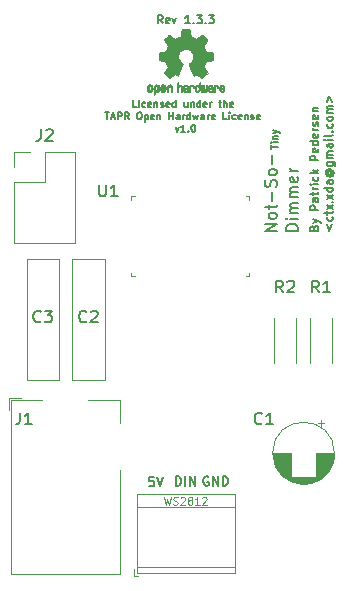
<source format=gto>
G04 #@! TF.GenerationSoftware,KiCad,Pcbnew,5.1.5-52549c5~86~ubuntu19.04.1*
G04 #@! TF.CreationDate,2020-05-05T22:36:46+02:00*
G04 #@! TF.ProjectId,NotSoTinyDimmer,4e6f7453-6f54-4696-9e79-44696d6d6572,1.3.3*
G04 #@! TF.SameCoordinates,Original*
G04 #@! TF.FileFunction,Legend,Top*
G04 #@! TF.FilePolarity,Positive*
%FSLAX46Y46*%
G04 Gerber Fmt 4.6, Leading zero omitted, Abs format (unit mm)*
G04 Created by KiCad (PCBNEW 5.1.5-52549c5~86~ubuntu19.04.1) date 2020-05-05 22:36:46*
%MOMM*%
%LPD*%
G04 APERTURE LIST*
%ADD10C,0.150000*%
%ADD11C,0.010000*%
%ADD12C,0.120000*%
%ADD13C,0.100000*%
G04 APERTURE END LIST*
D10*
X145170857Y-76950508D02*
X144885142Y-76950508D01*
X144885142Y-76350508D01*
X145370857Y-76950508D02*
X145370857Y-76550508D01*
X145370857Y-76350508D02*
X145342285Y-76379080D01*
X145370857Y-76407651D01*
X145399428Y-76379080D01*
X145370857Y-76350508D01*
X145370857Y-76407651D01*
X145913714Y-76921937D02*
X145856571Y-76950508D01*
X145742285Y-76950508D01*
X145685142Y-76921937D01*
X145656571Y-76893365D01*
X145628000Y-76836222D01*
X145628000Y-76664794D01*
X145656571Y-76607651D01*
X145685142Y-76579080D01*
X145742285Y-76550508D01*
X145856571Y-76550508D01*
X145913714Y-76579080D01*
X146399428Y-76921937D02*
X146342285Y-76950508D01*
X146228000Y-76950508D01*
X146170857Y-76921937D01*
X146142285Y-76864794D01*
X146142285Y-76636222D01*
X146170857Y-76579080D01*
X146228000Y-76550508D01*
X146342285Y-76550508D01*
X146399428Y-76579080D01*
X146428000Y-76636222D01*
X146428000Y-76693365D01*
X146142285Y-76750508D01*
X146685142Y-76550508D02*
X146685142Y-76950508D01*
X146685142Y-76607651D02*
X146713714Y-76579080D01*
X146770857Y-76550508D01*
X146856571Y-76550508D01*
X146913714Y-76579080D01*
X146942285Y-76636222D01*
X146942285Y-76950508D01*
X147199428Y-76921937D02*
X147256571Y-76950508D01*
X147370857Y-76950508D01*
X147428000Y-76921937D01*
X147456571Y-76864794D01*
X147456571Y-76836222D01*
X147428000Y-76779080D01*
X147370857Y-76750508D01*
X147285142Y-76750508D01*
X147228000Y-76721937D01*
X147199428Y-76664794D01*
X147199428Y-76636222D01*
X147228000Y-76579080D01*
X147285142Y-76550508D01*
X147370857Y-76550508D01*
X147428000Y-76579080D01*
X147942285Y-76921937D02*
X147885142Y-76950508D01*
X147770857Y-76950508D01*
X147713714Y-76921937D01*
X147685142Y-76864794D01*
X147685142Y-76636222D01*
X147713714Y-76579080D01*
X147770857Y-76550508D01*
X147885142Y-76550508D01*
X147942285Y-76579080D01*
X147970857Y-76636222D01*
X147970857Y-76693365D01*
X147685142Y-76750508D01*
X148485142Y-76950508D02*
X148485142Y-76350508D01*
X148485142Y-76921937D02*
X148428000Y-76950508D01*
X148313714Y-76950508D01*
X148256571Y-76921937D01*
X148228000Y-76893365D01*
X148199428Y-76836222D01*
X148199428Y-76664794D01*
X148228000Y-76607651D01*
X148256571Y-76579080D01*
X148313714Y-76550508D01*
X148428000Y-76550508D01*
X148485142Y-76579080D01*
X149485142Y-76550508D02*
X149485142Y-76950508D01*
X149228000Y-76550508D02*
X149228000Y-76864794D01*
X149256571Y-76921937D01*
X149313714Y-76950508D01*
X149399428Y-76950508D01*
X149456571Y-76921937D01*
X149485142Y-76893365D01*
X149770857Y-76550508D02*
X149770857Y-76950508D01*
X149770857Y-76607651D02*
X149799428Y-76579080D01*
X149856571Y-76550508D01*
X149942285Y-76550508D01*
X149999428Y-76579080D01*
X150028000Y-76636222D01*
X150028000Y-76950508D01*
X150570857Y-76950508D02*
X150570857Y-76350508D01*
X150570857Y-76921937D02*
X150513714Y-76950508D01*
X150399428Y-76950508D01*
X150342285Y-76921937D01*
X150313714Y-76893365D01*
X150285142Y-76836222D01*
X150285142Y-76664794D01*
X150313714Y-76607651D01*
X150342285Y-76579080D01*
X150399428Y-76550508D01*
X150513714Y-76550508D01*
X150570857Y-76579080D01*
X151085142Y-76921937D02*
X151028000Y-76950508D01*
X150913714Y-76950508D01*
X150856571Y-76921937D01*
X150828000Y-76864794D01*
X150828000Y-76636222D01*
X150856571Y-76579080D01*
X150913714Y-76550508D01*
X151028000Y-76550508D01*
X151085142Y-76579080D01*
X151113714Y-76636222D01*
X151113714Y-76693365D01*
X150828000Y-76750508D01*
X151370857Y-76950508D02*
X151370857Y-76550508D01*
X151370857Y-76664794D02*
X151399428Y-76607651D01*
X151428000Y-76579080D01*
X151485142Y-76550508D01*
X151542285Y-76550508D01*
X152113714Y-76550508D02*
X152342285Y-76550508D01*
X152199428Y-76350508D02*
X152199428Y-76864794D01*
X152228000Y-76921937D01*
X152285142Y-76950508D01*
X152342285Y-76950508D01*
X152542285Y-76950508D02*
X152542285Y-76350508D01*
X152799428Y-76950508D02*
X152799428Y-76636222D01*
X152770857Y-76579080D01*
X152713714Y-76550508D01*
X152628000Y-76550508D01*
X152570857Y-76579080D01*
X152542285Y-76607651D01*
X153313714Y-76921937D02*
X153256571Y-76950508D01*
X153142285Y-76950508D01*
X153085142Y-76921937D01*
X153056571Y-76864794D01*
X153056571Y-76636222D01*
X153085142Y-76579080D01*
X153142285Y-76550508D01*
X153256571Y-76550508D01*
X153313714Y-76579080D01*
X153342285Y-76636222D01*
X153342285Y-76693365D01*
X153056571Y-76750508D01*
X142528000Y-77400508D02*
X142870857Y-77400508D01*
X142699428Y-78000508D02*
X142699428Y-77400508D01*
X143042285Y-77829080D02*
X143328000Y-77829080D01*
X142985142Y-78000508D02*
X143185142Y-77400508D01*
X143385142Y-78000508D01*
X143585142Y-78000508D02*
X143585142Y-77400508D01*
X143813714Y-77400508D01*
X143870857Y-77429080D01*
X143899428Y-77457651D01*
X143928000Y-77514794D01*
X143928000Y-77600508D01*
X143899428Y-77657651D01*
X143870857Y-77686222D01*
X143813714Y-77714794D01*
X143585142Y-77714794D01*
X144528000Y-78000508D02*
X144328000Y-77714794D01*
X144185142Y-78000508D02*
X144185142Y-77400508D01*
X144413714Y-77400508D01*
X144470857Y-77429080D01*
X144499428Y-77457651D01*
X144528000Y-77514794D01*
X144528000Y-77600508D01*
X144499428Y-77657651D01*
X144470857Y-77686222D01*
X144413714Y-77714794D01*
X144185142Y-77714794D01*
X145356571Y-77400508D02*
X145470857Y-77400508D01*
X145528000Y-77429080D01*
X145585142Y-77486222D01*
X145613714Y-77600508D01*
X145613714Y-77800508D01*
X145585142Y-77914794D01*
X145528000Y-77971937D01*
X145470857Y-78000508D01*
X145356571Y-78000508D01*
X145299428Y-77971937D01*
X145242285Y-77914794D01*
X145213714Y-77800508D01*
X145213714Y-77600508D01*
X145242285Y-77486222D01*
X145299428Y-77429080D01*
X145356571Y-77400508D01*
X145870857Y-77600508D02*
X145870857Y-78200508D01*
X145870857Y-77629080D02*
X145928000Y-77600508D01*
X146042285Y-77600508D01*
X146099428Y-77629080D01*
X146128000Y-77657651D01*
X146156571Y-77714794D01*
X146156571Y-77886222D01*
X146128000Y-77943365D01*
X146099428Y-77971937D01*
X146042285Y-78000508D01*
X145928000Y-78000508D01*
X145870857Y-77971937D01*
X146642285Y-77971937D02*
X146585142Y-78000508D01*
X146470857Y-78000508D01*
X146413714Y-77971937D01*
X146385142Y-77914794D01*
X146385142Y-77686222D01*
X146413714Y-77629080D01*
X146470857Y-77600508D01*
X146585142Y-77600508D01*
X146642285Y-77629080D01*
X146670857Y-77686222D01*
X146670857Y-77743365D01*
X146385142Y-77800508D01*
X146928000Y-77600508D02*
X146928000Y-78000508D01*
X146928000Y-77657651D02*
X146956571Y-77629080D01*
X147013714Y-77600508D01*
X147099428Y-77600508D01*
X147156571Y-77629080D01*
X147185142Y-77686222D01*
X147185142Y-78000508D01*
X147928000Y-78000508D02*
X147928000Y-77400508D01*
X147928000Y-77686222D02*
X148270857Y-77686222D01*
X148270857Y-78000508D02*
X148270857Y-77400508D01*
X148813714Y-78000508D02*
X148813714Y-77686222D01*
X148785142Y-77629080D01*
X148728000Y-77600508D01*
X148613714Y-77600508D01*
X148556571Y-77629080D01*
X148813714Y-77971937D02*
X148756571Y-78000508D01*
X148613714Y-78000508D01*
X148556571Y-77971937D01*
X148528000Y-77914794D01*
X148528000Y-77857651D01*
X148556571Y-77800508D01*
X148613714Y-77771937D01*
X148756571Y-77771937D01*
X148813714Y-77743365D01*
X149099428Y-78000508D02*
X149099428Y-77600508D01*
X149099428Y-77714794D02*
X149128000Y-77657651D01*
X149156571Y-77629080D01*
X149213714Y-77600508D01*
X149270857Y-77600508D01*
X149728000Y-78000508D02*
X149728000Y-77400508D01*
X149728000Y-77971937D02*
X149670857Y-78000508D01*
X149556571Y-78000508D01*
X149499428Y-77971937D01*
X149470857Y-77943365D01*
X149442285Y-77886222D01*
X149442285Y-77714794D01*
X149470857Y-77657651D01*
X149499428Y-77629080D01*
X149556571Y-77600508D01*
X149670857Y-77600508D01*
X149728000Y-77629080D01*
X149956571Y-77600508D02*
X150070857Y-78000508D01*
X150185142Y-77714794D01*
X150299428Y-78000508D01*
X150413714Y-77600508D01*
X150899428Y-78000508D02*
X150899428Y-77686222D01*
X150870857Y-77629080D01*
X150813714Y-77600508D01*
X150699428Y-77600508D01*
X150642285Y-77629080D01*
X150899428Y-77971937D02*
X150842285Y-78000508D01*
X150699428Y-78000508D01*
X150642285Y-77971937D01*
X150613714Y-77914794D01*
X150613714Y-77857651D01*
X150642285Y-77800508D01*
X150699428Y-77771937D01*
X150842285Y-77771937D01*
X150899428Y-77743365D01*
X151185142Y-78000508D02*
X151185142Y-77600508D01*
X151185142Y-77714794D02*
X151213714Y-77657651D01*
X151242285Y-77629080D01*
X151299428Y-77600508D01*
X151356571Y-77600508D01*
X151785142Y-77971937D02*
X151728000Y-78000508D01*
X151613714Y-78000508D01*
X151556571Y-77971937D01*
X151528000Y-77914794D01*
X151528000Y-77686222D01*
X151556571Y-77629080D01*
X151613714Y-77600508D01*
X151728000Y-77600508D01*
X151785142Y-77629080D01*
X151813714Y-77686222D01*
X151813714Y-77743365D01*
X151528000Y-77800508D01*
X152813714Y-78000508D02*
X152528000Y-78000508D01*
X152528000Y-77400508D01*
X153013714Y-78000508D02*
X153013714Y-77600508D01*
X153013714Y-77400508D02*
X152985142Y-77429080D01*
X153013714Y-77457651D01*
X153042285Y-77429080D01*
X153013714Y-77400508D01*
X153013714Y-77457651D01*
X153556571Y-77971937D02*
X153499428Y-78000508D01*
X153385142Y-78000508D01*
X153328000Y-77971937D01*
X153299428Y-77943365D01*
X153270857Y-77886222D01*
X153270857Y-77714794D01*
X153299428Y-77657651D01*
X153328000Y-77629080D01*
X153385142Y-77600508D01*
X153499428Y-77600508D01*
X153556571Y-77629080D01*
X154042285Y-77971937D02*
X153985142Y-78000508D01*
X153870857Y-78000508D01*
X153813714Y-77971937D01*
X153785142Y-77914794D01*
X153785142Y-77686222D01*
X153813714Y-77629080D01*
X153870857Y-77600508D01*
X153985142Y-77600508D01*
X154042285Y-77629080D01*
X154070857Y-77686222D01*
X154070857Y-77743365D01*
X153785142Y-77800508D01*
X154328000Y-77600508D02*
X154328000Y-78000508D01*
X154328000Y-77657651D02*
X154356571Y-77629080D01*
X154413714Y-77600508D01*
X154499428Y-77600508D01*
X154556571Y-77629080D01*
X154585142Y-77686222D01*
X154585142Y-78000508D01*
X154842285Y-77971937D02*
X154899428Y-78000508D01*
X155013714Y-78000508D01*
X155070857Y-77971937D01*
X155099428Y-77914794D01*
X155099428Y-77886222D01*
X155070857Y-77829080D01*
X155013714Y-77800508D01*
X154928000Y-77800508D01*
X154870857Y-77771937D01*
X154842285Y-77714794D01*
X154842285Y-77686222D01*
X154870857Y-77629080D01*
X154928000Y-77600508D01*
X155013714Y-77600508D01*
X155070857Y-77629080D01*
X155585142Y-77971937D02*
X155528000Y-78000508D01*
X155413714Y-78000508D01*
X155356571Y-77971937D01*
X155328000Y-77914794D01*
X155328000Y-77686222D01*
X155356571Y-77629080D01*
X155413714Y-77600508D01*
X155528000Y-77600508D01*
X155585142Y-77629080D01*
X155613714Y-77686222D01*
X155613714Y-77743365D01*
X155328000Y-77800508D01*
X148470857Y-78650508D02*
X148613714Y-79050508D01*
X148756571Y-78650508D01*
X149299428Y-79050508D02*
X148956571Y-79050508D01*
X149128000Y-79050508D02*
X149128000Y-78450508D01*
X149070857Y-78536222D01*
X149013714Y-78593365D01*
X148956571Y-78621937D01*
X149556571Y-78993365D02*
X149585142Y-79021937D01*
X149556571Y-79050508D01*
X149528000Y-79021937D01*
X149556571Y-78993365D01*
X149556571Y-79050508D01*
X149956571Y-78450508D02*
X150013714Y-78450508D01*
X150070857Y-78479080D01*
X150099428Y-78507651D01*
X150128000Y-78564794D01*
X150156571Y-78679080D01*
X150156571Y-78821937D01*
X150128000Y-78936222D01*
X150099428Y-78993365D01*
X150070857Y-79021937D01*
X150013714Y-79050508D01*
X149956571Y-79050508D01*
X149899428Y-79021937D01*
X149870857Y-78993365D01*
X149842285Y-78936222D01*
X149813714Y-78821937D01*
X149813714Y-78679080D01*
X149842285Y-78564794D01*
X149870857Y-78507651D01*
X149899428Y-78479080D01*
X149956571Y-78450508D01*
X147378000Y-69877106D02*
X147144666Y-69543773D01*
X146978000Y-69877106D02*
X146978000Y-69177106D01*
X147244666Y-69177106D01*
X147311333Y-69210440D01*
X147344666Y-69243773D01*
X147378000Y-69310440D01*
X147378000Y-69410440D01*
X147344666Y-69477106D01*
X147311333Y-69510440D01*
X147244666Y-69543773D01*
X146978000Y-69543773D01*
X147944666Y-69843773D02*
X147878000Y-69877106D01*
X147744666Y-69877106D01*
X147678000Y-69843773D01*
X147644666Y-69777106D01*
X147644666Y-69510440D01*
X147678000Y-69443773D01*
X147744666Y-69410440D01*
X147878000Y-69410440D01*
X147944666Y-69443773D01*
X147978000Y-69510440D01*
X147978000Y-69577106D01*
X147644666Y-69643773D01*
X148211333Y-69410440D02*
X148378000Y-69877106D01*
X148544666Y-69410440D01*
X149711333Y-69877106D02*
X149311333Y-69877106D01*
X149511333Y-69877106D02*
X149511333Y-69177106D01*
X149444666Y-69277106D01*
X149378000Y-69343773D01*
X149311333Y-69377106D01*
X150011333Y-69810440D02*
X150044666Y-69843773D01*
X150011333Y-69877106D01*
X149978000Y-69843773D01*
X150011333Y-69810440D01*
X150011333Y-69877106D01*
X150278000Y-69177106D02*
X150711333Y-69177106D01*
X150478000Y-69443773D01*
X150578000Y-69443773D01*
X150644666Y-69477106D01*
X150678000Y-69510440D01*
X150711333Y-69577106D01*
X150711333Y-69743773D01*
X150678000Y-69810440D01*
X150644666Y-69843773D01*
X150578000Y-69877106D01*
X150378000Y-69877106D01*
X150311333Y-69843773D01*
X150278000Y-69810440D01*
X151011333Y-69810440D02*
X151044666Y-69843773D01*
X151011333Y-69877106D01*
X150978000Y-69843773D01*
X151011333Y-69810440D01*
X151011333Y-69877106D01*
X151278000Y-69177106D02*
X151711333Y-69177106D01*
X151478000Y-69443773D01*
X151578000Y-69443773D01*
X151644666Y-69477106D01*
X151678000Y-69510440D01*
X151711333Y-69577106D01*
X151711333Y-69743773D01*
X151678000Y-69810440D01*
X151644666Y-69843773D01*
X151578000Y-69877106D01*
X151378000Y-69877106D01*
X151311333Y-69843773D01*
X151278000Y-69810440D01*
X160203120Y-87193460D02*
X160236453Y-87093460D01*
X160269786Y-87060126D01*
X160336453Y-87026793D01*
X160436453Y-87026793D01*
X160503120Y-87060126D01*
X160536453Y-87093460D01*
X160569786Y-87160126D01*
X160569786Y-87426793D01*
X159869786Y-87426793D01*
X159869786Y-87193460D01*
X159903120Y-87126793D01*
X159936453Y-87093460D01*
X160003120Y-87060126D01*
X160069786Y-87060126D01*
X160136453Y-87093460D01*
X160169786Y-87126793D01*
X160203120Y-87193460D01*
X160203120Y-87426793D01*
X160103120Y-86793460D02*
X160569786Y-86626793D01*
X160103120Y-86460126D02*
X160569786Y-86626793D01*
X160736453Y-86693460D01*
X160769786Y-86726793D01*
X160803120Y-86793460D01*
X160569786Y-85660126D02*
X159869786Y-85660126D01*
X159869786Y-85393460D01*
X159903120Y-85326793D01*
X159936453Y-85293460D01*
X160003120Y-85260126D01*
X160103120Y-85260126D01*
X160169786Y-85293460D01*
X160203120Y-85326793D01*
X160236453Y-85393460D01*
X160236453Y-85660126D01*
X160569786Y-84660126D02*
X160203120Y-84660126D01*
X160136453Y-84693460D01*
X160103120Y-84760126D01*
X160103120Y-84893460D01*
X160136453Y-84960126D01*
X160536453Y-84660126D02*
X160569786Y-84726793D01*
X160569786Y-84893460D01*
X160536453Y-84960126D01*
X160469786Y-84993460D01*
X160403120Y-84993460D01*
X160336453Y-84960126D01*
X160303120Y-84893460D01*
X160303120Y-84726793D01*
X160269786Y-84660126D01*
X160103120Y-84426793D02*
X160103120Y-84160126D01*
X159869786Y-84326793D02*
X160469786Y-84326793D01*
X160536453Y-84293460D01*
X160569786Y-84226793D01*
X160569786Y-84160126D01*
X160569786Y-83926793D02*
X160103120Y-83926793D01*
X160236453Y-83926793D02*
X160169786Y-83893460D01*
X160136453Y-83860126D01*
X160103120Y-83793460D01*
X160103120Y-83726793D01*
X160569786Y-83493460D02*
X160103120Y-83493460D01*
X159869786Y-83493460D02*
X159903120Y-83526793D01*
X159936453Y-83493460D01*
X159903120Y-83460126D01*
X159869786Y-83493460D01*
X159936453Y-83493460D01*
X160536453Y-82860126D02*
X160569786Y-82926793D01*
X160569786Y-83060126D01*
X160536453Y-83126793D01*
X160503120Y-83160126D01*
X160436453Y-83193460D01*
X160236453Y-83193460D01*
X160169786Y-83160126D01*
X160136453Y-83126793D01*
X160103120Y-83060126D01*
X160103120Y-82926793D01*
X160136453Y-82860126D01*
X160569786Y-82560126D02*
X159869786Y-82560126D01*
X160303120Y-82493460D02*
X160569786Y-82293460D01*
X160103120Y-82293460D02*
X160369786Y-82560126D01*
X160569786Y-81460126D02*
X159869786Y-81460126D01*
X159869786Y-81193460D01*
X159903120Y-81126793D01*
X159936453Y-81093460D01*
X160003120Y-81060126D01*
X160103120Y-81060126D01*
X160169786Y-81093460D01*
X160203120Y-81126793D01*
X160236453Y-81193460D01*
X160236453Y-81460126D01*
X160536453Y-80493460D02*
X160569786Y-80560126D01*
X160569786Y-80693460D01*
X160536453Y-80760126D01*
X160469786Y-80793460D01*
X160203120Y-80793460D01*
X160136453Y-80760126D01*
X160103120Y-80693460D01*
X160103120Y-80560126D01*
X160136453Y-80493460D01*
X160203120Y-80460126D01*
X160269786Y-80460126D01*
X160336453Y-80793460D01*
X160569786Y-79860126D02*
X159869786Y-79860126D01*
X160536453Y-79860126D02*
X160569786Y-79926793D01*
X160569786Y-80060126D01*
X160536453Y-80126793D01*
X160503120Y-80160126D01*
X160436453Y-80193460D01*
X160236453Y-80193460D01*
X160169786Y-80160126D01*
X160136453Y-80126793D01*
X160103120Y-80060126D01*
X160103120Y-79926793D01*
X160136453Y-79860126D01*
X160536453Y-79260126D02*
X160569786Y-79326793D01*
X160569786Y-79460126D01*
X160536453Y-79526793D01*
X160469786Y-79560126D01*
X160203120Y-79560126D01*
X160136453Y-79526793D01*
X160103120Y-79460126D01*
X160103120Y-79326793D01*
X160136453Y-79260126D01*
X160203120Y-79226793D01*
X160269786Y-79226793D01*
X160336453Y-79560126D01*
X160569786Y-78926793D02*
X160103120Y-78926793D01*
X160236453Y-78926793D02*
X160169786Y-78893460D01*
X160136453Y-78860126D01*
X160103120Y-78793460D01*
X160103120Y-78726793D01*
X160536453Y-78526793D02*
X160569786Y-78460126D01*
X160569786Y-78326793D01*
X160536453Y-78260126D01*
X160469786Y-78226793D01*
X160436453Y-78226793D01*
X160369786Y-78260126D01*
X160336453Y-78326793D01*
X160336453Y-78426793D01*
X160303120Y-78493460D01*
X160236453Y-78526793D01*
X160203120Y-78526793D01*
X160136453Y-78493460D01*
X160103120Y-78426793D01*
X160103120Y-78326793D01*
X160136453Y-78260126D01*
X160536453Y-77660126D02*
X160569786Y-77726793D01*
X160569786Y-77860126D01*
X160536453Y-77926793D01*
X160469786Y-77960126D01*
X160203120Y-77960126D01*
X160136453Y-77926793D01*
X160103120Y-77860126D01*
X160103120Y-77726793D01*
X160136453Y-77660126D01*
X160203120Y-77626793D01*
X160269786Y-77626793D01*
X160336453Y-77960126D01*
X160103120Y-77326793D02*
X160569786Y-77326793D01*
X160169786Y-77326793D02*
X160136453Y-77293460D01*
X160103120Y-77226793D01*
X160103120Y-77126793D01*
X160136453Y-77060126D01*
X160203120Y-77026793D01*
X160569786Y-77026793D01*
X161303120Y-86893460D02*
X161503120Y-87426793D01*
X161703120Y-86893460D01*
X161736453Y-86260126D02*
X161769786Y-86326793D01*
X161769786Y-86460126D01*
X161736453Y-86526793D01*
X161703120Y-86560126D01*
X161636453Y-86593460D01*
X161436453Y-86593460D01*
X161369786Y-86560126D01*
X161336453Y-86526793D01*
X161303120Y-86460126D01*
X161303120Y-86326793D01*
X161336453Y-86260126D01*
X161303120Y-86060126D02*
X161303120Y-85793460D01*
X161069786Y-85960126D02*
X161669786Y-85960126D01*
X161736453Y-85926793D01*
X161769786Y-85860126D01*
X161769786Y-85793460D01*
X161769786Y-85626793D02*
X161303120Y-85260126D01*
X161303120Y-85626793D02*
X161769786Y-85260126D01*
X161703120Y-84993460D02*
X161736453Y-84960126D01*
X161769786Y-84993460D01*
X161736453Y-85026793D01*
X161703120Y-84993460D01*
X161769786Y-84993460D01*
X161769786Y-84726793D02*
X161303120Y-84360126D01*
X161303120Y-84726793D02*
X161769786Y-84360126D01*
X161769786Y-83793460D02*
X161069786Y-83793460D01*
X161736453Y-83793460D02*
X161769786Y-83860126D01*
X161769786Y-83993460D01*
X161736453Y-84060126D01*
X161703120Y-84093460D01*
X161636453Y-84126793D01*
X161436453Y-84126793D01*
X161369786Y-84093460D01*
X161336453Y-84060126D01*
X161303120Y-83993460D01*
X161303120Y-83860126D01*
X161336453Y-83793460D01*
X161769786Y-83160126D02*
X161403120Y-83160126D01*
X161336453Y-83193460D01*
X161303120Y-83260126D01*
X161303120Y-83393460D01*
X161336453Y-83460126D01*
X161736453Y-83160126D02*
X161769786Y-83226793D01*
X161769786Y-83393460D01*
X161736453Y-83460126D01*
X161669786Y-83493460D01*
X161603120Y-83493460D01*
X161536453Y-83460126D01*
X161503120Y-83393460D01*
X161503120Y-83226793D01*
X161469786Y-83160126D01*
X161436453Y-82393460D02*
X161403120Y-82426793D01*
X161369786Y-82493460D01*
X161369786Y-82560126D01*
X161403120Y-82626793D01*
X161436453Y-82660126D01*
X161503120Y-82693460D01*
X161569786Y-82693460D01*
X161636453Y-82660126D01*
X161669786Y-82626793D01*
X161703120Y-82560126D01*
X161703120Y-82493460D01*
X161669786Y-82426793D01*
X161636453Y-82393460D01*
X161369786Y-82393460D02*
X161636453Y-82393460D01*
X161669786Y-82360126D01*
X161669786Y-82326793D01*
X161636453Y-82260126D01*
X161569786Y-82226793D01*
X161403120Y-82226793D01*
X161303120Y-82293460D01*
X161236453Y-82393460D01*
X161203120Y-82526793D01*
X161236453Y-82660126D01*
X161303120Y-82760126D01*
X161403120Y-82826793D01*
X161536453Y-82860126D01*
X161669786Y-82826793D01*
X161769786Y-82760126D01*
X161836453Y-82660126D01*
X161869786Y-82526793D01*
X161836453Y-82393460D01*
X161769786Y-82293460D01*
X161303120Y-81626793D02*
X161869786Y-81626793D01*
X161936453Y-81660126D01*
X161969786Y-81693460D01*
X162003120Y-81760126D01*
X162003120Y-81860126D01*
X161969786Y-81926793D01*
X161736453Y-81626793D02*
X161769786Y-81693460D01*
X161769786Y-81826793D01*
X161736453Y-81893460D01*
X161703120Y-81926793D01*
X161636453Y-81960126D01*
X161436453Y-81960126D01*
X161369786Y-81926793D01*
X161336453Y-81893460D01*
X161303120Y-81826793D01*
X161303120Y-81693460D01*
X161336453Y-81626793D01*
X161769786Y-81293460D02*
X161303120Y-81293460D01*
X161369786Y-81293460D02*
X161336453Y-81260126D01*
X161303120Y-81193460D01*
X161303120Y-81093460D01*
X161336453Y-81026793D01*
X161403120Y-80993460D01*
X161769786Y-80993460D01*
X161403120Y-80993460D02*
X161336453Y-80960126D01*
X161303120Y-80893460D01*
X161303120Y-80793460D01*
X161336453Y-80726793D01*
X161403120Y-80693460D01*
X161769786Y-80693460D01*
X161769786Y-80060126D02*
X161403120Y-80060126D01*
X161336453Y-80093460D01*
X161303120Y-80160126D01*
X161303120Y-80293460D01*
X161336453Y-80360126D01*
X161736453Y-80060126D02*
X161769786Y-80126793D01*
X161769786Y-80293460D01*
X161736453Y-80360126D01*
X161669786Y-80393460D01*
X161603120Y-80393460D01*
X161536453Y-80360126D01*
X161503120Y-80293460D01*
X161503120Y-80126793D01*
X161469786Y-80060126D01*
X161769786Y-79726793D02*
X161303120Y-79726793D01*
X161069786Y-79726793D02*
X161103120Y-79760126D01*
X161136453Y-79726793D01*
X161103120Y-79693460D01*
X161069786Y-79726793D01*
X161136453Y-79726793D01*
X161769786Y-79293460D02*
X161736453Y-79360126D01*
X161669786Y-79393460D01*
X161069786Y-79393460D01*
X161703120Y-79026793D02*
X161736453Y-78993460D01*
X161769786Y-79026793D01*
X161736453Y-79060126D01*
X161703120Y-79026793D01*
X161769786Y-79026793D01*
X161736453Y-78393460D02*
X161769786Y-78460126D01*
X161769786Y-78593460D01*
X161736453Y-78660126D01*
X161703120Y-78693460D01*
X161636453Y-78726793D01*
X161436453Y-78726793D01*
X161369786Y-78693460D01*
X161336453Y-78660126D01*
X161303120Y-78593460D01*
X161303120Y-78460126D01*
X161336453Y-78393460D01*
X161769786Y-77993460D02*
X161736453Y-78060126D01*
X161703120Y-78093460D01*
X161636453Y-78126793D01*
X161436453Y-78126793D01*
X161369786Y-78093460D01*
X161336453Y-78060126D01*
X161303120Y-77993460D01*
X161303120Y-77893460D01*
X161336453Y-77826793D01*
X161369786Y-77793460D01*
X161436453Y-77760126D01*
X161636453Y-77760126D01*
X161703120Y-77793460D01*
X161736453Y-77826793D01*
X161769786Y-77893460D01*
X161769786Y-77993460D01*
X161769786Y-77460126D02*
X161303120Y-77460126D01*
X161369786Y-77460126D02*
X161336453Y-77426793D01*
X161303120Y-77360126D01*
X161303120Y-77260126D01*
X161336453Y-77193460D01*
X161403120Y-77160126D01*
X161769786Y-77160126D01*
X161403120Y-77160126D02*
X161336453Y-77126793D01*
X161303120Y-77060126D01*
X161303120Y-76960126D01*
X161336453Y-76893460D01*
X161403120Y-76860126D01*
X161769786Y-76860126D01*
X161303120Y-76526793D02*
X161503120Y-75993460D01*
X161703120Y-76526793D01*
X158836620Y-87407428D02*
X157836620Y-87407428D01*
X157836620Y-87169333D01*
X157884240Y-87026476D01*
X157979478Y-86931238D01*
X158074716Y-86883619D01*
X158265192Y-86836000D01*
X158408049Y-86836000D01*
X158598525Y-86883619D01*
X158693763Y-86931238D01*
X158789001Y-87026476D01*
X158836620Y-87169333D01*
X158836620Y-87407428D01*
X158836620Y-86407428D02*
X158169954Y-86407428D01*
X157836620Y-86407428D02*
X157884240Y-86455047D01*
X157931859Y-86407428D01*
X157884240Y-86359809D01*
X157836620Y-86407428D01*
X157931859Y-86407428D01*
X158836620Y-85931238D02*
X158169954Y-85931238D01*
X158265192Y-85931238D02*
X158217573Y-85883619D01*
X158169954Y-85788380D01*
X158169954Y-85645523D01*
X158217573Y-85550285D01*
X158312811Y-85502666D01*
X158836620Y-85502666D01*
X158312811Y-85502666D02*
X158217573Y-85455047D01*
X158169954Y-85359809D01*
X158169954Y-85216952D01*
X158217573Y-85121714D01*
X158312811Y-85074095D01*
X158836620Y-85074095D01*
X158836620Y-84597904D02*
X158169954Y-84597904D01*
X158265192Y-84597904D02*
X158217573Y-84550285D01*
X158169954Y-84455047D01*
X158169954Y-84312190D01*
X158217573Y-84216952D01*
X158312811Y-84169333D01*
X158836620Y-84169333D01*
X158312811Y-84169333D02*
X158217573Y-84121714D01*
X158169954Y-84026476D01*
X158169954Y-83883619D01*
X158217573Y-83788380D01*
X158312811Y-83740761D01*
X158836620Y-83740761D01*
X158789001Y-82883619D02*
X158836620Y-82978857D01*
X158836620Y-83169333D01*
X158789001Y-83264571D01*
X158693763Y-83312190D01*
X158312811Y-83312190D01*
X158217573Y-83264571D01*
X158169954Y-83169333D01*
X158169954Y-82978857D01*
X158217573Y-82883619D01*
X158312811Y-82836000D01*
X158408049Y-82836000D01*
X158503287Y-83312190D01*
X158836620Y-82407428D02*
X158169954Y-82407428D01*
X158360430Y-82407428D02*
X158265192Y-82359809D01*
X158217573Y-82312190D01*
X158169954Y-82216952D01*
X158169954Y-82121714D01*
X156554108Y-80489005D02*
X156554108Y-80146148D01*
X157154108Y-80317577D02*
X156554108Y-80317577D01*
X157154108Y-79946148D02*
X156754108Y-79946148D01*
X156554108Y-79946148D02*
X156582680Y-79974720D01*
X156611251Y-79946148D01*
X156582680Y-79917577D01*
X156554108Y-79946148D01*
X156611251Y-79946148D01*
X156754108Y-79660434D02*
X157154108Y-79660434D01*
X156811251Y-79660434D02*
X156782680Y-79631862D01*
X156754108Y-79574720D01*
X156754108Y-79489005D01*
X156782680Y-79431862D01*
X156839822Y-79403291D01*
X157154108Y-79403291D01*
X156754108Y-79174720D02*
X157154108Y-79031862D01*
X156754108Y-78889005D02*
X157154108Y-79031862D01*
X157296965Y-79089005D01*
X157325537Y-79117577D01*
X157354108Y-79174720D01*
X157023060Y-87411796D02*
X156023060Y-87411796D01*
X157023060Y-86840367D01*
X156023060Y-86840367D01*
X157023060Y-86221320D02*
X156975441Y-86316558D01*
X156927822Y-86364177D01*
X156832584Y-86411796D01*
X156546870Y-86411796D01*
X156451632Y-86364177D01*
X156404013Y-86316558D01*
X156356394Y-86221320D01*
X156356394Y-86078462D01*
X156404013Y-85983224D01*
X156451632Y-85935605D01*
X156546870Y-85887986D01*
X156832584Y-85887986D01*
X156927822Y-85935605D01*
X156975441Y-85983224D01*
X157023060Y-86078462D01*
X157023060Y-86221320D01*
X156356394Y-85602272D02*
X156356394Y-85221320D01*
X156023060Y-85459415D02*
X156880203Y-85459415D01*
X156975441Y-85411796D01*
X157023060Y-85316558D01*
X157023060Y-85221320D01*
X156642108Y-84887986D02*
X156642108Y-84126081D01*
X156975441Y-83697510D02*
X157023060Y-83554653D01*
X157023060Y-83316558D01*
X156975441Y-83221320D01*
X156927822Y-83173700D01*
X156832584Y-83126081D01*
X156737346Y-83126081D01*
X156642108Y-83173700D01*
X156594489Y-83221320D01*
X156546870Y-83316558D01*
X156499251Y-83507034D01*
X156451632Y-83602272D01*
X156404013Y-83649891D01*
X156308775Y-83697510D01*
X156213537Y-83697510D01*
X156118299Y-83649891D01*
X156070680Y-83602272D01*
X156023060Y-83507034D01*
X156023060Y-83268939D01*
X156070680Y-83126081D01*
X157023060Y-82554653D02*
X156975441Y-82649891D01*
X156927822Y-82697510D01*
X156832584Y-82745129D01*
X156546870Y-82745129D01*
X156451632Y-82697510D01*
X156404013Y-82649891D01*
X156356394Y-82554653D01*
X156356394Y-82411796D01*
X156404013Y-82316558D01*
X156451632Y-82268939D01*
X156546870Y-82221320D01*
X156832584Y-82221320D01*
X156927822Y-82268939D01*
X156975441Y-82316558D01*
X157023060Y-82411796D01*
X157023060Y-82554653D01*
X156642108Y-81792748D02*
X156642108Y-81030843D01*
X146634119Y-108273904D02*
X146253166Y-108273904D01*
X146215071Y-108654857D01*
X146253166Y-108616761D01*
X146329357Y-108578666D01*
X146519833Y-108578666D01*
X146596023Y-108616761D01*
X146634119Y-108654857D01*
X146672214Y-108731047D01*
X146672214Y-108921523D01*
X146634119Y-108997714D01*
X146596023Y-109035809D01*
X146519833Y-109073904D01*
X146329357Y-109073904D01*
X146253166Y-109035809D01*
X146215071Y-108997714D01*
X146900785Y-108273904D02*
X147167452Y-109073904D01*
X147434119Y-108273904D01*
X148507452Y-109010404D02*
X148507452Y-108210404D01*
X148697928Y-108210404D01*
X148812214Y-108248500D01*
X148888404Y-108324690D01*
X148926500Y-108400880D01*
X148964595Y-108553261D01*
X148964595Y-108667547D01*
X148926500Y-108819928D01*
X148888404Y-108896119D01*
X148812214Y-108972309D01*
X148697928Y-109010404D01*
X148507452Y-109010404D01*
X149307452Y-109010404D02*
X149307452Y-108210404D01*
X149688404Y-109010404D02*
X149688404Y-108210404D01*
X150145547Y-109010404D01*
X150145547Y-108210404D01*
X151256976Y-108248500D02*
X151180785Y-108210404D01*
X151066500Y-108210404D01*
X150952214Y-108248500D01*
X150876023Y-108324690D01*
X150837928Y-108400880D01*
X150799833Y-108553261D01*
X150799833Y-108667547D01*
X150837928Y-108819928D01*
X150876023Y-108896119D01*
X150952214Y-108972309D01*
X151066500Y-109010404D01*
X151142690Y-109010404D01*
X151256976Y-108972309D01*
X151295071Y-108934214D01*
X151295071Y-108667547D01*
X151142690Y-108667547D01*
X151637928Y-109010404D02*
X151637928Y-108210404D01*
X152095071Y-109010404D01*
X152095071Y-108210404D01*
X152476023Y-109010404D02*
X152476023Y-108210404D01*
X152666500Y-108210404D01*
X152780785Y-108248500D01*
X152856976Y-108324690D01*
X152895071Y-108400880D01*
X152933166Y-108553261D01*
X152933166Y-108667547D01*
X152895071Y-108819928D01*
X152856976Y-108896119D01*
X152780785Y-108972309D01*
X152666500Y-109010404D01*
X152476023Y-109010404D01*
D11*
G36*
X149431910Y-70374028D02*
G01*
X149510454Y-70374458D01*
X149567298Y-70375622D01*
X149606105Y-70377887D01*
X149630538Y-70381620D01*
X149644262Y-70387186D01*
X149650940Y-70394953D01*
X149654236Y-70405285D01*
X149654556Y-70406623D01*
X149659562Y-70430759D01*
X149668829Y-70478381D01*
X149681392Y-70544421D01*
X149696287Y-70623808D01*
X149712551Y-70711476D01*
X149713119Y-70714555D01*
X149729410Y-70800469D01*
X149744652Y-70876376D01*
X149757861Y-70937725D01*
X149768054Y-70979962D01*
X149774248Y-70998535D01*
X149774543Y-70998864D01*
X149792788Y-71007933D01*
X149830405Y-71023047D01*
X149879271Y-71040942D01*
X149879543Y-71041038D01*
X149941093Y-71064173D01*
X150013657Y-71093645D01*
X150082057Y-71123277D01*
X150085294Y-71124742D01*
X150196702Y-71175306D01*
X150443399Y-71006840D01*
X150519077Y-70955483D01*
X150587631Y-70909569D01*
X150645088Y-70871710D01*
X150687476Y-70844517D01*
X150710825Y-70830601D01*
X150713042Y-70829569D01*
X150730010Y-70834164D01*
X150761701Y-70856335D01*
X150809352Y-70897127D01*
X150874198Y-70957585D01*
X150940397Y-71021907D01*
X151004214Y-71085292D01*
X151061329Y-71143131D01*
X151108305Y-71191855D01*
X151141703Y-71227890D01*
X151158085Y-71247664D01*
X151158694Y-71248682D01*
X151160505Y-71262252D01*
X151153683Y-71284413D01*
X151136540Y-71318158D01*
X151107393Y-71366480D01*
X151064555Y-71432372D01*
X151007448Y-71517197D01*
X150956766Y-71591857D01*
X150911461Y-71658820D01*
X150874150Y-71714196D01*
X150847452Y-71754100D01*
X150833985Y-71774642D01*
X150833137Y-71776036D01*
X150834781Y-71795718D01*
X150847245Y-71833973D01*
X150868048Y-71883569D01*
X150875462Y-71899408D01*
X150907814Y-71969970D01*
X150942328Y-72050033D01*
X150970365Y-72119309D01*
X150990568Y-72170725D01*
X151006615Y-72209799D01*
X151015888Y-72230221D01*
X151017041Y-72231794D01*
X151034096Y-72234401D01*
X151074298Y-72241543D01*
X151132302Y-72252203D01*
X151202763Y-72265365D01*
X151280335Y-72280013D01*
X151359672Y-72295129D01*
X151435431Y-72309698D01*
X151502264Y-72322702D01*
X151554828Y-72333125D01*
X151587776Y-72339950D01*
X151595857Y-72341879D01*
X151604205Y-72346642D01*
X151610506Y-72357398D01*
X151615045Y-72377778D01*
X151618104Y-72411414D01*
X151619967Y-72461935D01*
X151620918Y-72532972D01*
X151621240Y-72628156D01*
X151621257Y-72667172D01*
X151621257Y-72984479D01*
X151545057Y-72999519D01*
X151502663Y-73007675D01*
X151439400Y-73019579D01*
X151362962Y-73033796D01*
X151281043Y-73048890D01*
X151258400Y-73053035D01*
X151182806Y-73067733D01*
X151116953Y-73082185D01*
X151066366Y-73095055D01*
X151036574Y-73105002D01*
X151031612Y-73107967D01*
X151019426Y-73128963D01*
X151001953Y-73169647D01*
X150982577Y-73222002D01*
X150978734Y-73233280D01*
X150953339Y-73303203D01*
X150921817Y-73382098D01*
X150890969Y-73452946D01*
X150890817Y-73453275D01*
X150839447Y-73564413D01*
X151008399Y-73812933D01*
X151177352Y-74061452D01*
X150960429Y-74278738D01*
X150894819Y-74343406D01*
X150834979Y-74400413D01*
X150784267Y-74446713D01*
X150746046Y-74479264D01*
X150723675Y-74495023D01*
X150720466Y-74496023D01*
X150701626Y-74488149D01*
X150663180Y-74466258D01*
X150609330Y-74432947D01*
X150544276Y-74390811D01*
X150473940Y-74343623D01*
X150402555Y-74295490D01*
X150338908Y-74253608D01*
X150287041Y-74220551D01*
X150250995Y-74198898D01*
X150234867Y-74191223D01*
X150215189Y-74197717D01*
X150177875Y-74214830D01*
X150130621Y-74239006D01*
X150125612Y-74241693D01*
X150061977Y-74273607D01*
X150018341Y-74289259D01*
X149991202Y-74289425D01*
X149977057Y-74274884D01*
X149976975Y-74274680D01*
X149969905Y-74257459D01*
X149953042Y-74216579D01*
X149927695Y-74155205D01*
X149895171Y-74076499D01*
X149856778Y-73983627D01*
X149813822Y-73879752D01*
X149772222Y-73779182D01*
X149726504Y-73668196D01*
X149684526Y-73565383D01*
X149647548Y-73473895D01*
X149616827Y-73396881D01*
X149593622Y-73337495D01*
X149579190Y-73298889D01*
X149574743Y-73284480D01*
X149585896Y-73267952D01*
X149615069Y-73241610D01*
X149653971Y-73212567D01*
X149764757Y-73120719D01*
X149851351Y-73015439D01*
X149912716Y-72898946D01*
X149947815Y-72773456D01*
X149955608Y-72641187D01*
X149949943Y-72580137D01*
X149919078Y-72453475D01*
X149865920Y-72341621D01*
X149793767Y-72245681D01*
X149705917Y-72166756D01*
X149605665Y-72105950D01*
X149496310Y-72064367D01*
X149381147Y-72043108D01*
X149263475Y-72043279D01*
X149146590Y-72065981D01*
X149033789Y-72112318D01*
X148928369Y-72183393D01*
X148884368Y-72223591D01*
X148799979Y-72326809D01*
X148741222Y-72439605D01*
X148707704Y-72558690D01*
X148699035Y-72680775D01*
X148714823Y-72802573D01*
X148754678Y-72920796D01*
X148818207Y-73032155D01*
X148905021Y-73133364D01*
X149002029Y-73212567D01*
X149042437Y-73242842D01*
X149070982Y-73268899D01*
X149081257Y-73284505D01*
X149075877Y-73301523D01*
X149060575Y-73342180D01*
X149036612Y-73403322D01*
X149005244Y-73481799D01*
X148967732Y-73574460D01*
X148925333Y-73678152D01*
X148883663Y-73779206D01*
X148837690Y-73890287D01*
X148795107Y-73993221D01*
X148757221Y-74084845D01*
X148725340Y-74161996D01*
X148700771Y-74221511D01*
X148684820Y-74260224D01*
X148678910Y-74274680D01*
X148664948Y-74289365D01*
X148637940Y-74289322D01*
X148594413Y-74273779D01*
X148530890Y-74241964D01*
X148530388Y-74241693D01*
X148482560Y-74217003D01*
X148443897Y-74199018D01*
X148422095Y-74191294D01*
X148421133Y-74191223D01*
X148404721Y-74199058D01*
X148368487Y-74220845D01*
X148316474Y-74254008D01*
X148252725Y-74295971D01*
X148182060Y-74343623D01*
X148110116Y-74391871D01*
X148045274Y-74433831D01*
X147991735Y-74466907D01*
X147953697Y-74488501D01*
X147935533Y-74496023D01*
X147918808Y-74486137D01*
X147885180Y-74458506D01*
X147838010Y-74416175D01*
X147780658Y-74362185D01*
X147716484Y-74299579D01*
X147695497Y-74278663D01*
X147478499Y-74061303D01*
X147643668Y-73818900D01*
X147693864Y-73744461D01*
X147737919Y-73677652D01*
X147773362Y-73622345D01*
X147797719Y-73582409D01*
X147808522Y-73561716D01*
X147808838Y-73560243D01*
X147803143Y-73540738D01*
X147787826Y-73501502D01*
X147765537Y-73449110D01*
X147749893Y-73414035D01*
X147720641Y-73346881D01*
X147693094Y-73279038D01*
X147671737Y-73221714D01*
X147665935Y-73204252D01*
X147649452Y-73157618D01*
X147633340Y-73121585D01*
X147624490Y-73107967D01*
X147604960Y-73099632D01*
X147562334Y-73087817D01*
X147502145Y-73073861D01*
X147429922Y-73059102D01*
X147397600Y-73053035D01*
X147315522Y-73037953D01*
X147236795Y-73023349D01*
X147169109Y-73010660D01*
X147120160Y-73001322D01*
X147110943Y-72999519D01*
X147034743Y-72984479D01*
X147034743Y-72667172D01*
X147034914Y-72562834D01*
X147035616Y-72483893D01*
X147037134Y-72426718D01*
X147039749Y-72387679D01*
X147043746Y-72363145D01*
X147049409Y-72349485D01*
X147057020Y-72343069D01*
X147060143Y-72341879D01*
X147078978Y-72337660D01*
X147120588Y-72329242D01*
X147179630Y-72317641D01*
X147250757Y-72303875D01*
X147328625Y-72288960D01*
X147407887Y-72273912D01*
X147483198Y-72259749D01*
X147549213Y-72247486D01*
X147600587Y-72238141D01*
X147631975Y-72232730D01*
X147638959Y-72231794D01*
X147645285Y-72219276D01*
X147659290Y-72185926D01*
X147678355Y-72138057D01*
X147685634Y-72119309D01*
X147714996Y-72046875D01*
X147749571Y-71966850D01*
X147780537Y-71899408D01*
X147803323Y-71847839D01*
X147818482Y-71805465D01*
X147823542Y-71779514D01*
X147822736Y-71776036D01*
X147812041Y-71759616D01*
X147787620Y-71723097D01*
X147752095Y-71670367D01*
X147708087Y-71605315D01*
X147658217Y-71531831D01*
X147648356Y-71517325D01*
X147590492Y-71431384D01*
X147547956Y-71365941D01*
X147519054Y-71317984D01*
X147502090Y-71284500D01*
X147495367Y-71262475D01*
X147497190Y-71248897D01*
X147497236Y-71248811D01*
X147511586Y-71230977D01*
X147543323Y-71196497D01*
X147589010Y-71148948D01*
X147645204Y-71091902D01*
X147708468Y-71028935D01*
X147715602Y-71021907D01*
X147795330Y-70944700D01*
X147856857Y-70888010D01*
X147901421Y-70850790D01*
X147930257Y-70831995D01*
X147942958Y-70829569D01*
X147961494Y-70840151D01*
X147999961Y-70864596D01*
X148054386Y-70900292D01*
X148120798Y-70944627D01*
X148195225Y-70994991D01*
X148212601Y-71006840D01*
X148459297Y-71175306D01*
X148570706Y-71124742D01*
X148638457Y-71095275D01*
X148711183Y-71065639D01*
X148773703Y-71042010D01*
X148776457Y-71041038D01*
X148825360Y-71023137D01*
X148863057Y-71008000D01*
X148881425Y-70998890D01*
X148881456Y-70998864D01*
X148887285Y-70982397D01*
X148897192Y-70941899D01*
X148910195Y-70881922D01*
X148925309Y-70807020D01*
X148941552Y-70721744D01*
X148942881Y-70714555D01*
X148959175Y-70626694D01*
X148974133Y-70546940D01*
X148986791Y-70480361D01*
X148996186Y-70432027D01*
X149001354Y-70407005D01*
X149001444Y-70406623D01*
X149004589Y-70395979D01*
X149010704Y-70387942D01*
X149023453Y-70382147D01*
X149046500Y-70378227D01*
X149083509Y-70375815D01*
X149138144Y-70374545D01*
X149214067Y-70374051D01*
X149314944Y-70373966D01*
X149328000Y-70373966D01*
X149431910Y-70374028D01*
G37*
X149431910Y-70374028D02*
X149510454Y-70374458D01*
X149567298Y-70375622D01*
X149606105Y-70377887D01*
X149630538Y-70381620D01*
X149644262Y-70387186D01*
X149650940Y-70394953D01*
X149654236Y-70405285D01*
X149654556Y-70406623D01*
X149659562Y-70430759D01*
X149668829Y-70478381D01*
X149681392Y-70544421D01*
X149696287Y-70623808D01*
X149712551Y-70711476D01*
X149713119Y-70714555D01*
X149729410Y-70800469D01*
X149744652Y-70876376D01*
X149757861Y-70937725D01*
X149768054Y-70979962D01*
X149774248Y-70998535D01*
X149774543Y-70998864D01*
X149792788Y-71007933D01*
X149830405Y-71023047D01*
X149879271Y-71040942D01*
X149879543Y-71041038D01*
X149941093Y-71064173D01*
X150013657Y-71093645D01*
X150082057Y-71123277D01*
X150085294Y-71124742D01*
X150196702Y-71175306D01*
X150443399Y-71006840D01*
X150519077Y-70955483D01*
X150587631Y-70909569D01*
X150645088Y-70871710D01*
X150687476Y-70844517D01*
X150710825Y-70830601D01*
X150713042Y-70829569D01*
X150730010Y-70834164D01*
X150761701Y-70856335D01*
X150809352Y-70897127D01*
X150874198Y-70957585D01*
X150940397Y-71021907D01*
X151004214Y-71085292D01*
X151061329Y-71143131D01*
X151108305Y-71191855D01*
X151141703Y-71227890D01*
X151158085Y-71247664D01*
X151158694Y-71248682D01*
X151160505Y-71262252D01*
X151153683Y-71284413D01*
X151136540Y-71318158D01*
X151107393Y-71366480D01*
X151064555Y-71432372D01*
X151007448Y-71517197D01*
X150956766Y-71591857D01*
X150911461Y-71658820D01*
X150874150Y-71714196D01*
X150847452Y-71754100D01*
X150833985Y-71774642D01*
X150833137Y-71776036D01*
X150834781Y-71795718D01*
X150847245Y-71833973D01*
X150868048Y-71883569D01*
X150875462Y-71899408D01*
X150907814Y-71969970D01*
X150942328Y-72050033D01*
X150970365Y-72119309D01*
X150990568Y-72170725D01*
X151006615Y-72209799D01*
X151015888Y-72230221D01*
X151017041Y-72231794D01*
X151034096Y-72234401D01*
X151074298Y-72241543D01*
X151132302Y-72252203D01*
X151202763Y-72265365D01*
X151280335Y-72280013D01*
X151359672Y-72295129D01*
X151435431Y-72309698D01*
X151502264Y-72322702D01*
X151554828Y-72333125D01*
X151587776Y-72339950D01*
X151595857Y-72341879D01*
X151604205Y-72346642D01*
X151610506Y-72357398D01*
X151615045Y-72377778D01*
X151618104Y-72411414D01*
X151619967Y-72461935D01*
X151620918Y-72532972D01*
X151621240Y-72628156D01*
X151621257Y-72667172D01*
X151621257Y-72984479D01*
X151545057Y-72999519D01*
X151502663Y-73007675D01*
X151439400Y-73019579D01*
X151362962Y-73033796D01*
X151281043Y-73048890D01*
X151258400Y-73053035D01*
X151182806Y-73067733D01*
X151116953Y-73082185D01*
X151066366Y-73095055D01*
X151036574Y-73105002D01*
X151031612Y-73107967D01*
X151019426Y-73128963D01*
X151001953Y-73169647D01*
X150982577Y-73222002D01*
X150978734Y-73233280D01*
X150953339Y-73303203D01*
X150921817Y-73382098D01*
X150890969Y-73452946D01*
X150890817Y-73453275D01*
X150839447Y-73564413D01*
X151008399Y-73812933D01*
X151177352Y-74061452D01*
X150960429Y-74278738D01*
X150894819Y-74343406D01*
X150834979Y-74400413D01*
X150784267Y-74446713D01*
X150746046Y-74479264D01*
X150723675Y-74495023D01*
X150720466Y-74496023D01*
X150701626Y-74488149D01*
X150663180Y-74466258D01*
X150609330Y-74432947D01*
X150544276Y-74390811D01*
X150473940Y-74343623D01*
X150402555Y-74295490D01*
X150338908Y-74253608D01*
X150287041Y-74220551D01*
X150250995Y-74198898D01*
X150234867Y-74191223D01*
X150215189Y-74197717D01*
X150177875Y-74214830D01*
X150130621Y-74239006D01*
X150125612Y-74241693D01*
X150061977Y-74273607D01*
X150018341Y-74289259D01*
X149991202Y-74289425D01*
X149977057Y-74274884D01*
X149976975Y-74274680D01*
X149969905Y-74257459D01*
X149953042Y-74216579D01*
X149927695Y-74155205D01*
X149895171Y-74076499D01*
X149856778Y-73983627D01*
X149813822Y-73879752D01*
X149772222Y-73779182D01*
X149726504Y-73668196D01*
X149684526Y-73565383D01*
X149647548Y-73473895D01*
X149616827Y-73396881D01*
X149593622Y-73337495D01*
X149579190Y-73298889D01*
X149574743Y-73284480D01*
X149585896Y-73267952D01*
X149615069Y-73241610D01*
X149653971Y-73212567D01*
X149764757Y-73120719D01*
X149851351Y-73015439D01*
X149912716Y-72898946D01*
X149947815Y-72773456D01*
X149955608Y-72641187D01*
X149949943Y-72580137D01*
X149919078Y-72453475D01*
X149865920Y-72341621D01*
X149793767Y-72245681D01*
X149705917Y-72166756D01*
X149605665Y-72105950D01*
X149496310Y-72064367D01*
X149381147Y-72043108D01*
X149263475Y-72043279D01*
X149146590Y-72065981D01*
X149033789Y-72112318D01*
X148928369Y-72183393D01*
X148884368Y-72223591D01*
X148799979Y-72326809D01*
X148741222Y-72439605D01*
X148707704Y-72558690D01*
X148699035Y-72680775D01*
X148714823Y-72802573D01*
X148754678Y-72920796D01*
X148818207Y-73032155D01*
X148905021Y-73133364D01*
X149002029Y-73212567D01*
X149042437Y-73242842D01*
X149070982Y-73268899D01*
X149081257Y-73284505D01*
X149075877Y-73301523D01*
X149060575Y-73342180D01*
X149036612Y-73403322D01*
X149005244Y-73481799D01*
X148967732Y-73574460D01*
X148925333Y-73678152D01*
X148883663Y-73779206D01*
X148837690Y-73890287D01*
X148795107Y-73993221D01*
X148757221Y-74084845D01*
X148725340Y-74161996D01*
X148700771Y-74221511D01*
X148684820Y-74260224D01*
X148678910Y-74274680D01*
X148664948Y-74289365D01*
X148637940Y-74289322D01*
X148594413Y-74273779D01*
X148530890Y-74241964D01*
X148530388Y-74241693D01*
X148482560Y-74217003D01*
X148443897Y-74199018D01*
X148422095Y-74191294D01*
X148421133Y-74191223D01*
X148404721Y-74199058D01*
X148368487Y-74220845D01*
X148316474Y-74254008D01*
X148252725Y-74295971D01*
X148182060Y-74343623D01*
X148110116Y-74391871D01*
X148045274Y-74433831D01*
X147991735Y-74466907D01*
X147953697Y-74488501D01*
X147935533Y-74496023D01*
X147918808Y-74486137D01*
X147885180Y-74458506D01*
X147838010Y-74416175D01*
X147780658Y-74362185D01*
X147716484Y-74299579D01*
X147695497Y-74278663D01*
X147478499Y-74061303D01*
X147643668Y-73818900D01*
X147693864Y-73744461D01*
X147737919Y-73677652D01*
X147773362Y-73622345D01*
X147797719Y-73582409D01*
X147808522Y-73561716D01*
X147808838Y-73560243D01*
X147803143Y-73540738D01*
X147787826Y-73501502D01*
X147765537Y-73449110D01*
X147749893Y-73414035D01*
X147720641Y-73346881D01*
X147693094Y-73279038D01*
X147671737Y-73221714D01*
X147665935Y-73204252D01*
X147649452Y-73157618D01*
X147633340Y-73121585D01*
X147624490Y-73107967D01*
X147604960Y-73099632D01*
X147562334Y-73087817D01*
X147502145Y-73073861D01*
X147429922Y-73059102D01*
X147397600Y-73053035D01*
X147315522Y-73037953D01*
X147236795Y-73023349D01*
X147169109Y-73010660D01*
X147120160Y-73001322D01*
X147110943Y-72999519D01*
X147034743Y-72984479D01*
X147034743Y-72667172D01*
X147034914Y-72562834D01*
X147035616Y-72483893D01*
X147037134Y-72426718D01*
X147039749Y-72387679D01*
X147043746Y-72363145D01*
X147049409Y-72349485D01*
X147057020Y-72343069D01*
X147060143Y-72341879D01*
X147078978Y-72337660D01*
X147120588Y-72329242D01*
X147179630Y-72317641D01*
X147250757Y-72303875D01*
X147328625Y-72288960D01*
X147407887Y-72273912D01*
X147483198Y-72259749D01*
X147549213Y-72247486D01*
X147600587Y-72238141D01*
X147631975Y-72232730D01*
X147638959Y-72231794D01*
X147645285Y-72219276D01*
X147659290Y-72185926D01*
X147678355Y-72138057D01*
X147685634Y-72119309D01*
X147714996Y-72046875D01*
X147749571Y-71966850D01*
X147780537Y-71899408D01*
X147803323Y-71847839D01*
X147818482Y-71805465D01*
X147823542Y-71779514D01*
X147822736Y-71776036D01*
X147812041Y-71759616D01*
X147787620Y-71723097D01*
X147752095Y-71670367D01*
X147708087Y-71605315D01*
X147658217Y-71531831D01*
X147648356Y-71517325D01*
X147590492Y-71431384D01*
X147547956Y-71365941D01*
X147519054Y-71317984D01*
X147502090Y-71284500D01*
X147495367Y-71262475D01*
X147497190Y-71248897D01*
X147497236Y-71248811D01*
X147511586Y-71230977D01*
X147543323Y-71196497D01*
X147589010Y-71148948D01*
X147645204Y-71091902D01*
X147708468Y-71028935D01*
X147715602Y-71021907D01*
X147795330Y-70944700D01*
X147856857Y-70888010D01*
X147901421Y-70850790D01*
X147930257Y-70831995D01*
X147942958Y-70829569D01*
X147961494Y-70840151D01*
X147999961Y-70864596D01*
X148054386Y-70900292D01*
X148120798Y-70944627D01*
X148195225Y-70994991D01*
X148212601Y-71006840D01*
X148459297Y-71175306D01*
X148570706Y-71124742D01*
X148638457Y-71095275D01*
X148711183Y-71065639D01*
X148773703Y-71042010D01*
X148776457Y-71041038D01*
X148825360Y-71023137D01*
X148863057Y-71008000D01*
X148881425Y-70998890D01*
X148881456Y-70998864D01*
X148887285Y-70982397D01*
X148897192Y-70941899D01*
X148910195Y-70881922D01*
X148925309Y-70807020D01*
X148941552Y-70721744D01*
X148942881Y-70714555D01*
X148959175Y-70626694D01*
X148974133Y-70546940D01*
X148986791Y-70480361D01*
X148996186Y-70432027D01*
X149001354Y-70407005D01*
X149001444Y-70406623D01*
X149004589Y-70395979D01*
X149010704Y-70387942D01*
X149023453Y-70382147D01*
X149046500Y-70378227D01*
X149083509Y-70375815D01*
X149138144Y-70374545D01*
X149214067Y-70374051D01*
X149314944Y-70373966D01*
X149328000Y-70373966D01*
X149431910Y-70374028D01*
G36*
X152481595Y-75098646D02*
G01*
X152539021Y-75136177D01*
X152566719Y-75169776D01*
X152588662Y-75230744D01*
X152590405Y-75278988D01*
X152586457Y-75343496D01*
X152437686Y-75408614D01*
X152365349Y-75441882D01*
X152318084Y-75468644D01*
X152293507Y-75491824D01*
X152289237Y-75514347D01*
X152302889Y-75539135D01*
X152317943Y-75555566D01*
X152361746Y-75581915D01*
X152409389Y-75583761D01*
X152453145Y-75563226D01*
X152485289Y-75522432D01*
X152491038Y-75508027D01*
X152518576Y-75463036D01*
X152550258Y-75443862D01*
X152593714Y-75427459D01*
X152593714Y-75489646D01*
X152589872Y-75531963D01*
X152574823Y-75567649D01*
X152543280Y-75608623D01*
X152538592Y-75613947D01*
X152503506Y-75650400D01*
X152473347Y-75669963D01*
X152435615Y-75678963D01*
X152404335Y-75681910D01*
X152348385Y-75682645D01*
X152308555Y-75673340D01*
X152283708Y-75659526D01*
X152244656Y-75629147D01*
X152217625Y-75596293D01*
X152200517Y-75554974D01*
X152191238Y-75499201D01*
X152187693Y-75422985D01*
X152187410Y-75384302D01*
X152188372Y-75337927D01*
X152276007Y-75337927D01*
X152277023Y-75362806D01*
X152279556Y-75366880D01*
X152296274Y-75361345D01*
X152332249Y-75346697D01*
X152380331Y-75325870D01*
X152390386Y-75321394D01*
X152451152Y-75290494D01*
X152484632Y-75263337D01*
X152491990Y-75237900D01*
X152474391Y-75212161D01*
X152459856Y-75200789D01*
X152407410Y-75178044D01*
X152358322Y-75181802D01*
X152317227Y-75209564D01*
X152288758Y-75258832D01*
X152279631Y-75297937D01*
X152276007Y-75337927D01*
X152188372Y-75337927D01*
X152189285Y-75293929D01*
X152196196Y-75227064D01*
X152209884Y-75178375D01*
X152232096Y-75142529D01*
X152264574Y-75114193D01*
X152278733Y-75105035D01*
X152343053Y-75081187D01*
X152413473Y-75079686D01*
X152481595Y-75098646D01*
G37*
X152481595Y-75098646D02*
X152539021Y-75136177D01*
X152566719Y-75169776D01*
X152588662Y-75230744D01*
X152590405Y-75278988D01*
X152586457Y-75343496D01*
X152437686Y-75408614D01*
X152365349Y-75441882D01*
X152318084Y-75468644D01*
X152293507Y-75491824D01*
X152289237Y-75514347D01*
X152302889Y-75539135D01*
X152317943Y-75555566D01*
X152361746Y-75581915D01*
X152409389Y-75583761D01*
X152453145Y-75563226D01*
X152485289Y-75522432D01*
X152491038Y-75508027D01*
X152518576Y-75463036D01*
X152550258Y-75443862D01*
X152593714Y-75427459D01*
X152593714Y-75489646D01*
X152589872Y-75531963D01*
X152574823Y-75567649D01*
X152543280Y-75608623D01*
X152538592Y-75613947D01*
X152503506Y-75650400D01*
X152473347Y-75669963D01*
X152435615Y-75678963D01*
X152404335Y-75681910D01*
X152348385Y-75682645D01*
X152308555Y-75673340D01*
X152283708Y-75659526D01*
X152244656Y-75629147D01*
X152217625Y-75596293D01*
X152200517Y-75554974D01*
X152191238Y-75499201D01*
X152187693Y-75422985D01*
X152187410Y-75384302D01*
X152188372Y-75337927D01*
X152276007Y-75337927D01*
X152277023Y-75362806D01*
X152279556Y-75366880D01*
X152296274Y-75361345D01*
X152332249Y-75346697D01*
X152380331Y-75325870D01*
X152390386Y-75321394D01*
X152451152Y-75290494D01*
X152484632Y-75263337D01*
X152491990Y-75237900D01*
X152474391Y-75212161D01*
X152459856Y-75200789D01*
X152407410Y-75178044D01*
X152358322Y-75181802D01*
X152317227Y-75209564D01*
X152288758Y-75258832D01*
X152279631Y-75297937D01*
X152276007Y-75337927D01*
X152188372Y-75337927D01*
X152189285Y-75293929D01*
X152196196Y-75227064D01*
X152209884Y-75178375D01*
X152232096Y-75142529D01*
X152264574Y-75114193D01*
X152278733Y-75105035D01*
X152343053Y-75081187D01*
X152413473Y-75079686D01*
X152481595Y-75098646D01*
G36*
X151980600Y-75090432D02*
G01*
X151997948Y-75098014D01*
X152039356Y-75130808D01*
X152074765Y-75178227D01*
X152096664Y-75228831D01*
X152100229Y-75253778D01*
X152088279Y-75288607D01*
X152062067Y-75307037D01*
X152033964Y-75318196D01*
X152021095Y-75320252D01*
X152014829Y-75305329D01*
X152002456Y-75272855D01*
X151997028Y-75258182D01*
X151966590Y-75207424D01*
X151922520Y-75182107D01*
X151866010Y-75182886D01*
X151861825Y-75183883D01*
X151831655Y-75198187D01*
X151809476Y-75226073D01*
X151794327Y-75270967D01*
X151785250Y-75336295D01*
X151781286Y-75425484D01*
X151780914Y-75472941D01*
X151780730Y-75547751D01*
X151779522Y-75598749D01*
X151776309Y-75631151D01*
X151770109Y-75650175D01*
X151759940Y-75661036D01*
X151744819Y-75668952D01*
X151743946Y-75669350D01*
X151714828Y-75681661D01*
X151700403Y-75686194D01*
X151698186Y-75672489D01*
X151696289Y-75634605D01*
X151694847Y-75577395D01*
X151693998Y-75505707D01*
X151693829Y-75453245D01*
X151694692Y-75351727D01*
X151698070Y-75274712D01*
X151705142Y-75217703D01*
X151717088Y-75176206D01*
X151735090Y-75145723D01*
X151760327Y-75121760D01*
X151785247Y-75105035D01*
X151845171Y-75082777D01*
X151914911Y-75077756D01*
X151980600Y-75090432D01*
G37*
X151980600Y-75090432D02*
X151997948Y-75098014D01*
X152039356Y-75130808D01*
X152074765Y-75178227D01*
X152096664Y-75228831D01*
X152100229Y-75253778D01*
X152088279Y-75288607D01*
X152062067Y-75307037D01*
X152033964Y-75318196D01*
X152021095Y-75320252D01*
X152014829Y-75305329D01*
X152002456Y-75272855D01*
X151997028Y-75258182D01*
X151966590Y-75207424D01*
X151922520Y-75182107D01*
X151866010Y-75182886D01*
X151861825Y-75183883D01*
X151831655Y-75198187D01*
X151809476Y-75226073D01*
X151794327Y-75270967D01*
X151785250Y-75336295D01*
X151781286Y-75425484D01*
X151780914Y-75472941D01*
X151780730Y-75547751D01*
X151779522Y-75598749D01*
X151776309Y-75631151D01*
X151770109Y-75650175D01*
X151759940Y-75661036D01*
X151744819Y-75668952D01*
X151743946Y-75669350D01*
X151714828Y-75681661D01*
X151700403Y-75686194D01*
X151698186Y-75672489D01*
X151696289Y-75634605D01*
X151694847Y-75577395D01*
X151693998Y-75505707D01*
X151693829Y-75453245D01*
X151694692Y-75351727D01*
X151698070Y-75274712D01*
X151705142Y-75217703D01*
X151717088Y-75176206D01*
X151735090Y-75145723D01*
X151760327Y-75121760D01*
X151785247Y-75105035D01*
X151845171Y-75082777D01*
X151914911Y-75077756D01*
X151980600Y-75090432D01*
G36*
X151472876Y-75088015D02*
G01*
X151514667Y-75107024D01*
X151547469Y-75130058D01*
X151571503Y-75155813D01*
X151588097Y-75189038D01*
X151598577Y-75234480D01*
X151604271Y-75296887D01*
X151606507Y-75381007D01*
X151606743Y-75436401D01*
X151606743Y-75652506D01*
X151569774Y-75669350D01*
X151540656Y-75681661D01*
X151526231Y-75686194D01*
X151523472Y-75672705D01*
X151521282Y-75636333D01*
X151519942Y-75583222D01*
X151519657Y-75541052D01*
X151518434Y-75480127D01*
X151515136Y-75431795D01*
X151510321Y-75402198D01*
X151506496Y-75395909D01*
X151480783Y-75402332D01*
X151440418Y-75418805D01*
X151393679Y-75441138D01*
X151348845Y-75465137D01*
X151314193Y-75486610D01*
X151298002Y-75501365D01*
X151297938Y-75501525D01*
X151299330Y-75528832D01*
X151311818Y-75554899D01*
X151333743Y-75576072D01*
X151365743Y-75583154D01*
X151393092Y-75582329D01*
X151431826Y-75581722D01*
X151452158Y-75590796D01*
X151464369Y-75614772D01*
X151465909Y-75619293D01*
X151471203Y-75653486D01*
X151457047Y-75674248D01*
X151420148Y-75684142D01*
X151380289Y-75685972D01*
X151308562Y-75672407D01*
X151271432Y-75653035D01*
X151225576Y-75607525D01*
X151201256Y-75551663D01*
X151199073Y-75492637D01*
X151219629Y-75437633D01*
X151250549Y-75403166D01*
X151281420Y-75383869D01*
X151329942Y-75359439D01*
X151386485Y-75334665D01*
X151395910Y-75330879D01*
X151458019Y-75303471D01*
X151493822Y-75279314D01*
X151505337Y-75255299D01*
X151494580Y-75228315D01*
X151476114Y-75207223D01*
X151432469Y-75181252D01*
X151384446Y-75179304D01*
X151340406Y-75199317D01*
X151308709Y-75239231D01*
X151304549Y-75249528D01*
X151280327Y-75287404D01*
X151244965Y-75315522D01*
X151200343Y-75338597D01*
X151200343Y-75273165D01*
X151202969Y-75233186D01*
X151214230Y-75201677D01*
X151239199Y-75168058D01*
X151263169Y-75142164D01*
X151300441Y-75105497D01*
X151329401Y-75085801D01*
X151360505Y-75077900D01*
X151395713Y-75076594D01*
X151472876Y-75088015D01*
G37*
X151472876Y-75088015D02*
X151514667Y-75107024D01*
X151547469Y-75130058D01*
X151571503Y-75155813D01*
X151588097Y-75189038D01*
X151598577Y-75234480D01*
X151604271Y-75296887D01*
X151606507Y-75381007D01*
X151606743Y-75436401D01*
X151606743Y-75652506D01*
X151569774Y-75669350D01*
X151540656Y-75681661D01*
X151526231Y-75686194D01*
X151523472Y-75672705D01*
X151521282Y-75636333D01*
X151519942Y-75583222D01*
X151519657Y-75541052D01*
X151518434Y-75480127D01*
X151515136Y-75431795D01*
X151510321Y-75402198D01*
X151506496Y-75395909D01*
X151480783Y-75402332D01*
X151440418Y-75418805D01*
X151393679Y-75441138D01*
X151348845Y-75465137D01*
X151314193Y-75486610D01*
X151298002Y-75501365D01*
X151297938Y-75501525D01*
X151299330Y-75528832D01*
X151311818Y-75554899D01*
X151333743Y-75576072D01*
X151365743Y-75583154D01*
X151393092Y-75582329D01*
X151431826Y-75581722D01*
X151452158Y-75590796D01*
X151464369Y-75614772D01*
X151465909Y-75619293D01*
X151471203Y-75653486D01*
X151457047Y-75674248D01*
X151420148Y-75684142D01*
X151380289Y-75685972D01*
X151308562Y-75672407D01*
X151271432Y-75653035D01*
X151225576Y-75607525D01*
X151201256Y-75551663D01*
X151199073Y-75492637D01*
X151219629Y-75437633D01*
X151250549Y-75403166D01*
X151281420Y-75383869D01*
X151329942Y-75359439D01*
X151386485Y-75334665D01*
X151395910Y-75330879D01*
X151458019Y-75303471D01*
X151493822Y-75279314D01*
X151505337Y-75255299D01*
X151494580Y-75228315D01*
X151476114Y-75207223D01*
X151432469Y-75181252D01*
X151384446Y-75179304D01*
X151340406Y-75199317D01*
X151308709Y-75239231D01*
X151304549Y-75249528D01*
X151280327Y-75287404D01*
X151244965Y-75315522D01*
X151200343Y-75338597D01*
X151200343Y-75273165D01*
X151202969Y-75233186D01*
X151214230Y-75201677D01*
X151239199Y-75168058D01*
X151263169Y-75142164D01*
X151300441Y-75105497D01*
X151329401Y-75085801D01*
X151360505Y-75077900D01*
X151395713Y-75076594D01*
X151472876Y-75088015D01*
G36*
X151107833Y-75090343D02*
G01*
X151110048Y-75128530D01*
X151111784Y-75186566D01*
X151112899Y-75259860D01*
X151113257Y-75336735D01*
X151113257Y-75596876D01*
X151067326Y-75642807D01*
X151035675Y-75671109D01*
X151007890Y-75682573D01*
X150969915Y-75681848D01*
X150954840Y-75680001D01*
X150907726Y-75674628D01*
X150868756Y-75671549D01*
X150859257Y-75671265D01*
X150827233Y-75673125D01*
X150781432Y-75677794D01*
X150763674Y-75680001D01*
X150720057Y-75683415D01*
X150690745Y-75676000D01*
X150661680Y-75653107D01*
X150651188Y-75642807D01*
X150605257Y-75596876D01*
X150605257Y-75110282D01*
X150642226Y-75093438D01*
X150674059Y-75080962D01*
X150692683Y-75076594D01*
X150697458Y-75090398D01*
X150701921Y-75128966D01*
X150705775Y-75188036D01*
X150708722Y-75263343D01*
X150710143Y-75326966D01*
X150714114Y-75577337D01*
X150748759Y-75582236D01*
X150780268Y-75578811D01*
X150795708Y-75567721D01*
X150800023Y-75546988D01*
X150803708Y-75502825D01*
X150806469Y-75440826D01*
X150808012Y-75366589D01*
X150808235Y-75328386D01*
X150808457Y-75108463D01*
X150854166Y-75092529D01*
X150886518Y-75081695D01*
X150904115Y-75076642D01*
X150904623Y-75076594D01*
X150906388Y-75090328D01*
X150908329Y-75128410D01*
X150910282Y-75186162D01*
X150912084Y-75258907D01*
X150913343Y-75326966D01*
X150917314Y-75577337D01*
X151004400Y-75577337D01*
X151008396Y-75348920D01*
X151012392Y-75120502D01*
X151054847Y-75098548D01*
X151086192Y-75083473D01*
X151104744Y-75076631D01*
X151105279Y-75076594D01*
X151107833Y-75090343D01*
G37*
X151107833Y-75090343D02*
X151110048Y-75128530D01*
X151111784Y-75186566D01*
X151112899Y-75259860D01*
X151113257Y-75336735D01*
X151113257Y-75596876D01*
X151067326Y-75642807D01*
X151035675Y-75671109D01*
X151007890Y-75682573D01*
X150969915Y-75681848D01*
X150954840Y-75680001D01*
X150907726Y-75674628D01*
X150868756Y-75671549D01*
X150859257Y-75671265D01*
X150827233Y-75673125D01*
X150781432Y-75677794D01*
X150763674Y-75680001D01*
X150720057Y-75683415D01*
X150690745Y-75676000D01*
X150661680Y-75653107D01*
X150651188Y-75642807D01*
X150605257Y-75596876D01*
X150605257Y-75110282D01*
X150642226Y-75093438D01*
X150674059Y-75080962D01*
X150692683Y-75076594D01*
X150697458Y-75090398D01*
X150701921Y-75128966D01*
X150705775Y-75188036D01*
X150708722Y-75263343D01*
X150710143Y-75326966D01*
X150714114Y-75577337D01*
X150748759Y-75582236D01*
X150780268Y-75578811D01*
X150795708Y-75567721D01*
X150800023Y-75546988D01*
X150803708Y-75502825D01*
X150806469Y-75440826D01*
X150808012Y-75366589D01*
X150808235Y-75328386D01*
X150808457Y-75108463D01*
X150854166Y-75092529D01*
X150886518Y-75081695D01*
X150904115Y-75076642D01*
X150904623Y-75076594D01*
X150906388Y-75090328D01*
X150908329Y-75128410D01*
X150910282Y-75186162D01*
X150912084Y-75258907D01*
X150913343Y-75326966D01*
X150917314Y-75577337D01*
X151004400Y-75577337D01*
X151008396Y-75348920D01*
X151012392Y-75120502D01*
X151054847Y-75098548D01*
X151086192Y-75083473D01*
X151104744Y-75076631D01*
X151105279Y-75076594D01*
X151107833Y-75090343D01*
G36*
X150518117Y-75197038D02*
G01*
X150517933Y-75305517D01*
X150517219Y-75388967D01*
X150515675Y-75451384D01*
X150513001Y-75496765D01*
X150508894Y-75529109D01*
X150503055Y-75552413D01*
X150495182Y-75570675D01*
X150489221Y-75581098D01*
X150439855Y-75637625D01*
X150377264Y-75673057D01*
X150308013Y-75685770D01*
X150238668Y-75674143D01*
X150197375Y-75653248D01*
X150154025Y-75617102D01*
X150124481Y-75572956D01*
X150106655Y-75515142D01*
X150098463Y-75437993D01*
X150097302Y-75381394D01*
X150097458Y-75377327D01*
X150198857Y-75377327D01*
X150199476Y-75442230D01*
X150202314Y-75485194D01*
X150208840Y-75513302D01*
X150220523Y-75533633D01*
X150234483Y-75548968D01*
X150281365Y-75578570D01*
X150331701Y-75581099D01*
X150379276Y-75556385D01*
X150382979Y-75553036D01*
X150398783Y-75535615D01*
X150408693Y-75514889D01*
X150414058Y-75484042D01*
X150416228Y-75436257D01*
X150416571Y-75383428D01*
X150415827Y-75317061D01*
X150412748Y-75272786D01*
X150406061Y-75243689D01*
X150394496Y-75222853D01*
X150385013Y-75211787D01*
X150340960Y-75183878D01*
X150290224Y-75180523D01*
X150241796Y-75201839D01*
X150232450Y-75209753D01*
X150216540Y-75227327D01*
X150206610Y-75248267D01*
X150201278Y-75279462D01*
X150199163Y-75327802D01*
X150198857Y-75377327D01*
X150097458Y-75377327D01*
X150100810Y-75290248D01*
X150112726Y-75221766D01*
X150135135Y-75170280D01*
X150170124Y-75130123D01*
X150197375Y-75109541D01*
X150246907Y-75087305D01*
X150304316Y-75076984D01*
X150357682Y-75079747D01*
X150387543Y-75090892D01*
X150399261Y-75094063D01*
X150407037Y-75082237D01*
X150412465Y-75050546D01*
X150416571Y-75002273D01*
X150421067Y-74948509D01*
X150427313Y-74916162D01*
X150438676Y-74897665D01*
X150458528Y-74885450D01*
X150471000Y-74880042D01*
X150518171Y-74860281D01*
X150518117Y-75197038D01*
G37*
X150518117Y-75197038D02*
X150517933Y-75305517D01*
X150517219Y-75388967D01*
X150515675Y-75451384D01*
X150513001Y-75496765D01*
X150508894Y-75529109D01*
X150503055Y-75552413D01*
X150495182Y-75570675D01*
X150489221Y-75581098D01*
X150439855Y-75637625D01*
X150377264Y-75673057D01*
X150308013Y-75685770D01*
X150238668Y-75674143D01*
X150197375Y-75653248D01*
X150154025Y-75617102D01*
X150124481Y-75572956D01*
X150106655Y-75515142D01*
X150098463Y-75437993D01*
X150097302Y-75381394D01*
X150097458Y-75377327D01*
X150198857Y-75377327D01*
X150199476Y-75442230D01*
X150202314Y-75485194D01*
X150208840Y-75513302D01*
X150220523Y-75533633D01*
X150234483Y-75548968D01*
X150281365Y-75578570D01*
X150331701Y-75581099D01*
X150379276Y-75556385D01*
X150382979Y-75553036D01*
X150398783Y-75535615D01*
X150408693Y-75514889D01*
X150414058Y-75484042D01*
X150416228Y-75436257D01*
X150416571Y-75383428D01*
X150415827Y-75317061D01*
X150412748Y-75272786D01*
X150406061Y-75243689D01*
X150394496Y-75222853D01*
X150385013Y-75211787D01*
X150340960Y-75183878D01*
X150290224Y-75180523D01*
X150241796Y-75201839D01*
X150232450Y-75209753D01*
X150216540Y-75227327D01*
X150206610Y-75248267D01*
X150201278Y-75279462D01*
X150199163Y-75327802D01*
X150198857Y-75377327D01*
X150097458Y-75377327D01*
X150100810Y-75290248D01*
X150112726Y-75221766D01*
X150135135Y-75170280D01*
X150170124Y-75130123D01*
X150197375Y-75109541D01*
X150246907Y-75087305D01*
X150304316Y-75076984D01*
X150357682Y-75079747D01*
X150387543Y-75090892D01*
X150399261Y-75094063D01*
X150407037Y-75082237D01*
X150412465Y-75050546D01*
X150416571Y-75002273D01*
X150421067Y-74948509D01*
X150427313Y-74916162D01*
X150438676Y-74897665D01*
X150458528Y-74885450D01*
X150471000Y-74880042D01*
X150518171Y-74860281D01*
X150518117Y-75197038D01*
G36*
X149857926Y-75081435D02*
G01*
X149923858Y-75105764D01*
X149977273Y-75148797D01*
X149998164Y-75179089D01*
X150020939Y-75234674D01*
X150020466Y-75274866D01*
X149996562Y-75301897D01*
X149987717Y-75306493D01*
X149949530Y-75320824D01*
X149930028Y-75317152D01*
X149923422Y-75293087D01*
X149923086Y-75279794D01*
X149910992Y-75230890D01*
X149879471Y-75196679D01*
X149835659Y-75180156D01*
X149786695Y-75184314D01*
X149746894Y-75205907D01*
X149733450Y-75218224D01*
X149723921Y-75233167D01*
X149717485Y-75255755D01*
X149713317Y-75291008D01*
X149710597Y-75343946D01*
X149708502Y-75419587D01*
X149707960Y-75443537D01*
X149705981Y-75525470D01*
X149703731Y-75583135D01*
X149700357Y-75621288D01*
X149695006Y-75644684D01*
X149686824Y-75658078D01*
X149674959Y-75666225D01*
X149667362Y-75669824D01*
X149635102Y-75682132D01*
X149616111Y-75686194D01*
X149609836Y-75672628D01*
X149606006Y-75631614D01*
X149604600Y-75562679D01*
X149605598Y-75465349D01*
X149605908Y-75450337D01*
X149608101Y-75361539D01*
X149610693Y-75296699D01*
X149614382Y-75250747D01*
X149619864Y-75218615D01*
X149627835Y-75195233D01*
X149638993Y-75175532D01*
X149644830Y-75167090D01*
X149678296Y-75129737D01*
X149715727Y-75100683D01*
X149720309Y-75098147D01*
X149787426Y-75078123D01*
X149857926Y-75081435D01*
G37*
X149857926Y-75081435D02*
X149923858Y-75105764D01*
X149977273Y-75148797D01*
X149998164Y-75179089D01*
X150020939Y-75234674D01*
X150020466Y-75274866D01*
X149996562Y-75301897D01*
X149987717Y-75306493D01*
X149949530Y-75320824D01*
X149930028Y-75317152D01*
X149923422Y-75293087D01*
X149923086Y-75279794D01*
X149910992Y-75230890D01*
X149879471Y-75196679D01*
X149835659Y-75180156D01*
X149786695Y-75184314D01*
X149746894Y-75205907D01*
X149733450Y-75218224D01*
X149723921Y-75233167D01*
X149717485Y-75255755D01*
X149713317Y-75291008D01*
X149710597Y-75343946D01*
X149708502Y-75419587D01*
X149707960Y-75443537D01*
X149705981Y-75525470D01*
X149703731Y-75583135D01*
X149700357Y-75621288D01*
X149695006Y-75644684D01*
X149686824Y-75658078D01*
X149674959Y-75666225D01*
X149667362Y-75669824D01*
X149635102Y-75682132D01*
X149616111Y-75686194D01*
X149609836Y-75672628D01*
X149606006Y-75631614D01*
X149604600Y-75562679D01*
X149605598Y-75465349D01*
X149605908Y-75450337D01*
X149608101Y-75361539D01*
X149610693Y-75296699D01*
X149614382Y-75250747D01*
X149619864Y-75218615D01*
X149627835Y-75195233D01*
X149638993Y-75175532D01*
X149644830Y-75167090D01*
X149678296Y-75129737D01*
X149715727Y-75100683D01*
X149720309Y-75098147D01*
X149787426Y-75078123D01*
X149857926Y-75081435D01*
G36*
X149367744Y-75082648D02*
G01*
X149424616Y-75103767D01*
X149425267Y-75104173D01*
X149460440Y-75130060D01*
X149486407Y-75160313D01*
X149504670Y-75199738D01*
X149516732Y-75253142D01*
X149524096Y-75325331D01*
X149528264Y-75421112D01*
X149528629Y-75434758D01*
X149533876Y-75640522D01*
X149489716Y-75663358D01*
X149457763Y-75678790D01*
X149438470Y-75686103D01*
X149437578Y-75686194D01*
X149434239Y-75672702D01*
X149431587Y-75636306D01*
X149429956Y-75583132D01*
X149429600Y-75540073D01*
X149429592Y-75470321D01*
X149426403Y-75426517D01*
X149415288Y-75405624D01*
X149391501Y-75404605D01*
X149350296Y-75420421D01*
X149288086Y-75449495D01*
X149242341Y-75473643D01*
X149218813Y-75494593D01*
X149211896Y-75517427D01*
X149211886Y-75518557D01*
X149223299Y-75557892D01*
X149257092Y-75579142D01*
X149308809Y-75582219D01*
X149346061Y-75581686D01*
X149365703Y-75592415D01*
X149377952Y-75618185D01*
X149385002Y-75651017D01*
X149374842Y-75669646D01*
X149371017Y-75672312D01*
X149335001Y-75683020D01*
X149284566Y-75684536D01*
X149232626Y-75677439D01*
X149195822Y-75664468D01*
X149144938Y-75621265D01*
X149116014Y-75561126D01*
X149110286Y-75514142D01*
X149114657Y-75471762D01*
X149130475Y-75437168D01*
X149161797Y-75406443D01*
X149212678Y-75375670D01*
X149287176Y-75340932D01*
X149291714Y-75338968D01*
X149358821Y-75307967D01*
X149400232Y-75282542D01*
X149417981Y-75259694D01*
X149414107Y-75236425D01*
X149390643Y-75209736D01*
X149383627Y-75203594D01*
X149336630Y-75179780D01*
X149287933Y-75180783D01*
X149245522Y-75204131D01*
X149217384Y-75247355D01*
X149214769Y-75255840D01*
X149189308Y-75296988D01*
X149157001Y-75316808D01*
X149110286Y-75336450D01*
X149110286Y-75285630D01*
X149124496Y-75211762D01*
X149166675Y-75144007D01*
X149188624Y-75121341D01*
X149238517Y-75092249D01*
X149301967Y-75079080D01*
X149367744Y-75082648D01*
G37*
X149367744Y-75082648D02*
X149424616Y-75103767D01*
X149425267Y-75104173D01*
X149460440Y-75130060D01*
X149486407Y-75160313D01*
X149504670Y-75199738D01*
X149516732Y-75253142D01*
X149524096Y-75325331D01*
X149528264Y-75421112D01*
X149528629Y-75434758D01*
X149533876Y-75640522D01*
X149489716Y-75663358D01*
X149457763Y-75678790D01*
X149438470Y-75686103D01*
X149437578Y-75686194D01*
X149434239Y-75672702D01*
X149431587Y-75636306D01*
X149429956Y-75583132D01*
X149429600Y-75540073D01*
X149429592Y-75470321D01*
X149426403Y-75426517D01*
X149415288Y-75405624D01*
X149391501Y-75404605D01*
X149350296Y-75420421D01*
X149288086Y-75449495D01*
X149242341Y-75473643D01*
X149218813Y-75494593D01*
X149211896Y-75517427D01*
X149211886Y-75518557D01*
X149223299Y-75557892D01*
X149257092Y-75579142D01*
X149308809Y-75582219D01*
X149346061Y-75581686D01*
X149365703Y-75592415D01*
X149377952Y-75618185D01*
X149385002Y-75651017D01*
X149374842Y-75669646D01*
X149371017Y-75672312D01*
X149335001Y-75683020D01*
X149284566Y-75684536D01*
X149232626Y-75677439D01*
X149195822Y-75664468D01*
X149144938Y-75621265D01*
X149116014Y-75561126D01*
X149110286Y-75514142D01*
X149114657Y-75471762D01*
X149130475Y-75437168D01*
X149161797Y-75406443D01*
X149212678Y-75375670D01*
X149287176Y-75340932D01*
X149291714Y-75338968D01*
X149358821Y-75307967D01*
X149400232Y-75282542D01*
X149417981Y-75259694D01*
X149414107Y-75236425D01*
X149390643Y-75209736D01*
X149383627Y-75203594D01*
X149336630Y-75179780D01*
X149287933Y-75180783D01*
X149245522Y-75204131D01*
X149217384Y-75247355D01*
X149214769Y-75255840D01*
X149189308Y-75296988D01*
X149157001Y-75316808D01*
X149110286Y-75336450D01*
X149110286Y-75285630D01*
X149124496Y-75211762D01*
X149166675Y-75144007D01*
X149188624Y-75121341D01*
X149238517Y-75092249D01*
X149301967Y-75079080D01*
X149367744Y-75082648D01*
G36*
X148703886Y-74982969D02*
G01*
X148708139Y-75042293D01*
X148713025Y-75077252D01*
X148719795Y-75092500D01*
X148729702Y-75092695D01*
X148732914Y-75090875D01*
X148775644Y-75077695D01*
X148831227Y-75078465D01*
X148887737Y-75092013D01*
X148923082Y-75109541D01*
X148959321Y-75137541D01*
X148985813Y-75169229D01*
X149003999Y-75209493D01*
X149015322Y-75263223D01*
X149021222Y-75335306D01*
X149023143Y-75430631D01*
X149023177Y-75448917D01*
X149023200Y-75654326D01*
X148977491Y-75670260D01*
X148945027Y-75681100D01*
X148927215Y-75686148D01*
X148926691Y-75686194D01*
X148924937Y-75672508D01*
X148923444Y-75634756D01*
X148922326Y-75577904D01*
X148921697Y-75506914D01*
X148921600Y-75463753D01*
X148921398Y-75378653D01*
X148920358Y-75317661D01*
X148917831Y-75275857D01*
X148913164Y-75248322D01*
X148905707Y-75230136D01*
X148894811Y-75216378D01*
X148888007Y-75209753D01*
X148841272Y-75183055D01*
X148790272Y-75181055D01*
X148744001Y-75203635D01*
X148735444Y-75211787D01*
X148722893Y-75227116D01*
X148714188Y-75245298D01*
X148708631Y-75271589D01*
X148705526Y-75311242D01*
X148704176Y-75369512D01*
X148703886Y-75449853D01*
X148703886Y-75654326D01*
X148658177Y-75670260D01*
X148625713Y-75681100D01*
X148607901Y-75686148D01*
X148607377Y-75686194D01*
X148606037Y-75672303D01*
X148604828Y-75633119D01*
X148603801Y-75572380D01*
X148603002Y-75493821D01*
X148602481Y-75401178D01*
X148602286Y-75298189D01*
X148602286Y-74901022D01*
X148649457Y-74881124D01*
X148696629Y-74861227D01*
X148703886Y-74982969D01*
G37*
X148703886Y-74982969D02*
X148708139Y-75042293D01*
X148713025Y-75077252D01*
X148719795Y-75092500D01*
X148729702Y-75092695D01*
X148732914Y-75090875D01*
X148775644Y-75077695D01*
X148831227Y-75078465D01*
X148887737Y-75092013D01*
X148923082Y-75109541D01*
X148959321Y-75137541D01*
X148985813Y-75169229D01*
X149003999Y-75209493D01*
X149015322Y-75263223D01*
X149021222Y-75335306D01*
X149023143Y-75430631D01*
X149023177Y-75448917D01*
X149023200Y-75654326D01*
X148977491Y-75670260D01*
X148945027Y-75681100D01*
X148927215Y-75686148D01*
X148926691Y-75686194D01*
X148924937Y-75672508D01*
X148923444Y-75634756D01*
X148922326Y-75577904D01*
X148921697Y-75506914D01*
X148921600Y-75463753D01*
X148921398Y-75378653D01*
X148920358Y-75317661D01*
X148917831Y-75275857D01*
X148913164Y-75248322D01*
X148905707Y-75230136D01*
X148894811Y-75216378D01*
X148888007Y-75209753D01*
X148841272Y-75183055D01*
X148790272Y-75181055D01*
X148744001Y-75203635D01*
X148735444Y-75211787D01*
X148722893Y-75227116D01*
X148714188Y-75245298D01*
X148708631Y-75271589D01*
X148705526Y-75311242D01*
X148704176Y-75369512D01*
X148703886Y-75449853D01*
X148703886Y-75654326D01*
X148658177Y-75670260D01*
X148625713Y-75681100D01*
X148607901Y-75686148D01*
X148607377Y-75686194D01*
X148606037Y-75672303D01*
X148604828Y-75633119D01*
X148603801Y-75572380D01*
X148603002Y-75493821D01*
X148602481Y-75401178D01*
X148602286Y-75298189D01*
X148602286Y-74901022D01*
X148649457Y-74881124D01*
X148696629Y-74861227D01*
X148703886Y-74982969D01*
G36*
X147496303Y-75062919D02*
G01*
X147553527Y-75101415D01*
X147597749Y-75157015D01*
X147624167Y-75227766D01*
X147629510Y-75279842D01*
X147628903Y-75301573D01*
X147623822Y-75318211D01*
X147609855Y-75333117D01*
X147582589Y-75349653D01*
X147537612Y-75371178D01*
X147470511Y-75401054D01*
X147470171Y-75401204D01*
X147408407Y-75429493D01*
X147357759Y-75454613D01*
X147323404Y-75473859D01*
X147310518Y-75484528D01*
X147310514Y-75484614D01*
X147321872Y-75507846D01*
X147348431Y-75533454D01*
X147378923Y-75551901D01*
X147394370Y-75555566D01*
X147436515Y-75542892D01*
X147472808Y-75511151D01*
X147490517Y-75476252D01*
X147507552Y-75450525D01*
X147540922Y-75421226D01*
X147580149Y-75395915D01*
X147614756Y-75382151D01*
X147621993Y-75381394D01*
X147630139Y-75393840D01*
X147630630Y-75425652D01*
X147624643Y-75468546D01*
X147613357Y-75514238D01*
X147597950Y-75554441D01*
X147597171Y-75556002D01*
X147550804Y-75620742D01*
X147490711Y-75664777D01*
X147422465Y-75686391D01*
X147351638Y-75683865D01*
X147283804Y-75655484D01*
X147280788Y-75653488D01*
X147227427Y-75605128D01*
X147192340Y-75542032D01*
X147172922Y-75459067D01*
X147170316Y-75435758D01*
X147165701Y-75325735D01*
X147171233Y-75274428D01*
X147310514Y-75274428D01*
X147312324Y-75306433D01*
X147322222Y-75315773D01*
X147346898Y-75308785D01*
X147385795Y-75292267D01*
X147429275Y-75271561D01*
X147430356Y-75271013D01*
X147467209Y-75251629D01*
X147482000Y-75238693D01*
X147478353Y-75225131D01*
X147462995Y-75207312D01*
X147423923Y-75181525D01*
X147381846Y-75179630D01*
X147344103Y-75198397D01*
X147318034Y-75234595D01*
X147310514Y-75274428D01*
X147171233Y-75274428D01*
X147175194Y-75237707D01*
X147199550Y-75167892D01*
X147233456Y-75118982D01*
X147294653Y-75069558D01*
X147362063Y-75045039D01*
X147430880Y-75043477D01*
X147496303Y-75062919D01*
G37*
X147496303Y-75062919D02*
X147553527Y-75101415D01*
X147597749Y-75157015D01*
X147624167Y-75227766D01*
X147629510Y-75279842D01*
X147628903Y-75301573D01*
X147623822Y-75318211D01*
X147609855Y-75333117D01*
X147582589Y-75349653D01*
X147537612Y-75371178D01*
X147470511Y-75401054D01*
X147470171Y-75401204D01*
X147408407Y-75429493D01*
X147357759Y-75454613D01*
X147323404Y-75473859D01*
X147310518Y-75484528D01*
X147310514Y-75484614D01*
X147321872Y-75507846D01*
X147348431Y-75533454D01*
X147378923Y-75551901D01*
X147394370Y-75555566D01*
X147436515Y-75542892D01*
X147472808Y-75511151D01*
X147490517Y-75476252D01*
X147507552Y-75450525D01*
X147540922Y-75421226D01*
X147580149Y-75395915D01*
X147614756Y-75382151D01*
X147621993Y-75381394D01*
X147630139Y-75393840D01*
X147630630Y-75425652D01*
X147624643Y-75468546D01*
X147613357Y-75514238D01*
X147597950Y-75554441D01*
X147597171Y-75556002D01*
X147550804Y-75620742D01*
X147490711Y-75664777D01*
X147422465Y-75686391D01*
X147351638Y-75683865D01*
X147283804Y-75655484D01*
X147280788Y-75653488D01*
X147227427Y-75605128D01*
X147192340Y-75542032D01*
X147172922Y-75459067D01*
X147170316Y-75435758D01*
X147165701Y-75325735D01*
X147171233Y-75274428D01*
X147310514Y-75274428D01*
X147312324Y-75306433D01*
X147322222Y-75315773D01*
X147346898Y-75308785D01*
X147385795Y-75292267D01*
X147429275Y-75271561D01*
X147430356Y-75271013D01*
X147467209Y-75251629D01*
X147482000Y-75238693D01*
X147478353Y-75225131D01*
X147462995Y-75207312D01*
X147423923Y-75181525D01*
X147381846Y-75179630D01*
X147344103Y-75198397D01*
X147318034Y-75234595D01*
X147310514Y-75274428D01*
X147171233Y-75274428D01*
X147175194Y-75237707D01*
X147199550Y-75167892D01*
X147233456Y-75118982D01*
X147294653Y-75069558D01*
X147362063Y-75045039D01*
X147430880Y-75043477D01*
X147496303Y-75062919D01*
G36*
X146369115Y-75053642D02*
G01*
X146437145Y-75089413D01*
X146487351Y-75146981D01*
X146505185Y-75183992D01*
X146519063Y-75239562D01*
X146526167Y-75309776D01*
X146526840Y-75386407D01*
X146521427Y-75461232D01*
X146510270Y-75526022D01*
X146493714Y-75572553D01*
X146488626Y-75580567D01*
X146428355Y-75640387D01*
X146356769Y-75676215D01*
X146279092Y-75686700D01*
X146200548Y-75670490D01*
X146178689Y-75660772D01*
X146136122Y-75630823D01*
X146098763Y-75591113D01*
X146095232Y-75586077D01*
X146080881Y-75561804D01*
X146071394Y-75535858D01*
X146065790Y-75501702D01*
X146063086Y-75452799D01*
X146062299Y-75382615D01*
X146062286Y-75366880D01*
X146062322Y-75361872D01*
X146207429Y-75361872D01*
X146208273Y-75428110D01*
X146211596Y-75472066D01*
X146218583Y-75500459D01*
X146230416Y-75520005D01*
X146236457Y-75526537D01*
X146271186Y-75551360D01*
X146304903Y-75550228D01*
X146338995Y-75528696D01*
X146359329Y-75505709D01*
X146371371Y-75472158D01*
X146378134Y-75419249D01*
X146378598Y-75413079D01*
X146379752Y-75317193D01*
X146367688Y-75245979D01*
X146342570Y-75199874D01*
X146304560Y-75179315D01*
X146290992Y-75178194D01*
X146255364Y-75183832D01*
X146230994Y-75203366D01*
X146216093Y-75240722D01*
X146208875Y-75299830D01*
X146207429Y-75361872D01*
X146062322Y-75361872D01*
X146062826Y-75292093D01*
X146065096Y-75239839D01*
X146070068Y-75203629D01*
X146078713Y-75176979D01*
X146092005Y-75153402D01*
X146094943Y-75149018D01*
X146144313Y-75089929D01*
X146198109Y-75055627D01*
X146263602Y-75042011D01*
X146285842Y-75041345D01*
X146369115Y-75053642D01*
G37*
X146369115Y-75053642D02*
X146437145Y-75089413D01*
X146487351Y-75146981D01*
X146505185Y-75183992D01*
X146519063Y-75239562D01*
X146526167Y-75309776D01*
X146526840Y-75386407D01*
X146521427Y-75461232D01*
X146510270Y-75526022D01*
X146493714Y-75572553D01*
X146488626Y-75580567D01*
X146428355Y-75640387D01*
X146356769Y-75676215D01*
X146279092Y-75686700D01*
X146200548Y-75670490D01*
X146178689Y-75660772D01*
X146136122Y-75630823D01*
X146098763Y-75591113D01*
X146095232Y-75586077D01*
X146080881Y-75561804D01*
X146071394Y-75535858D01*
X146065790Y-75501702D01*
X146063086Y-75452799D01*
X146062299Y-75382615D01*
X146062286Y-75366880D01*
X146062322Y-75361872D01*
X146207429Y-75361872D01*
X146208273Y-75428110D01*
X146211596Y-75472066D01*
X146218583Y-75500459D01*
X146230416Y-75520005D01*
X146236457Y-75526537D01*
X146271186Y-75551360D01*
X146304903Y-75550228D01*
X146338995Y-75528696D01*
X146359329Y-75505709D01*
X146371371Y-75472158D01*
X146378134Y-75419249D01*
X146378598Y-75413079D01*
X146379752Y-75317193D01*
X146367688Y-75245979D01*
X146342570Y-75199874D01*
X146304560Y-75179315D01*
X146290992Y-75178194D01*
X146255364Y-75183832D01*
X146230994Y-75203366D01*
X146216093Y-75240722D01*
X146208875Y-75299830D01*
X146207429Y-75361872D01*
X146062322Y-75361872D01*
X146062826Y-75292093D01*
X146065096Y-75239839D01*
X146070068Y-75203629D01*
X146078713Y-75176979D01*
X146092005Y-75153402D01*
X146094943Y-75149018D01*
X146144313Y-75089929D01*
X146198109Y-75055627D01*
X146263602Y-75042011D01*
X146285842Y-75041345D01*
X146369115Y-75053642D01*
G36*
X148044093Y-75059460D02*
G01*
X148090672Y-75086403D01*
X148123057Y-75113146D01*
X148146742Y-75141164D01*
X148163059Y-75175428D01*
X148173339Y-75220907D01*
X148178914Y-75282572D01*
X148181116Y-75365391D01*
X148181371Y-75424926D01*
X148181371Y-75644071D01*
X148119686Y-75671724D01*
X148058000Y-75699377D01*
X148050743Y-75459350D01*
X148047744Y-75369708D01*
X148044598Y-75304642D01*
X148040701Y-75259706D01*
X148035447Y-75230450D01*
X148028231Y-75212428D01*
X148018450Y-75201191D01*
X148015312Y-75198759D01*
X147967761Y-75179763D01*
X147919697Y-75187280D01*
X147891086Y-75207223D01*
X147879447Y-75221355D01*
X147871391Y-75239900D01*
X147866271Y-75268014D01*
X147863441Y-75310853D01*
X147862256Y-75373575D01*
X147862057Y-75438941D01*
X147862018Y-75520948D01*
X147860614Y-75578996D01*
X147855914Y-75618145D01*
X147845987Y-75643460D01*
X147828903Y-75660003D01*
X147802732Y-75672836D01*
X147767775Y-75686171D01*
X147729596Y-75700687D01*
X147734141Y-75443069D01*
X147735971Y-75350199D01*
X147738112Y-75281569D01*
X147741181Y-75232391D01*
X147745794Y-75197878D01*
X147752568Y-75173242D01*
X147762119Y-75153696D01*
X147773634Y-75136450D01*
X147829190Y-75081360D01*
X147896980Y-75049502D01*
X147970713Y-75041871D01*
X148044093Y-75059460D01*
G37*
X148044093Y-75059460D02*
X148090672Y-75086403D01*
X148123057Y-75113146D01*
X148146742Y-75141164D01*
X148163059Y-75175428D01*
X148173339Y-75220907D01*
X148178914Y-75282572D01*
X148181116Y-75365391D01*
X148181371Y-75424926D01*
X148181371Y-75644071D01*
X148119686Y-75671724D01*
X148058000Y-75699377D01*
X148050743Y-75459350D01*
X148047744Y-75369708D01*
X148044598Y-75304642D01*
X148040701Y-75259706D01*
X148035447Y-75230450D01*
X148028231Y-75212428D01*
X148018450Y-75201191D01*
X148015312Y-75198759D01*
X147967761Y-75179763D01*
X147919697Y-75187280D01*
X147891086Y-75207223D01*
X147879447Y-75221355D01*
X147871391Y-75239900D01*
X147866271Y-75268014D01*
X147863441Y-75310853D01*
X147862256Y-75373575D01*
X147862057Y-75438941D01*
X147862018Y-75520948D01*
X147860614Y-75578996D01*
X147855914Y-75618145D01*
X147845987Y-75643460D01*
X147828903Y-75660003D01*
X147802732Y-75672836D01*
X147767775Y-75686171D01*
X147729596Y-75700687D01*
X147734141Y-75443069D01*
X147735971Y-75350199D01*
X147738112Y-75281569D01*
X147741181Y-75232391D01*
X147745794Y-75197878D01*
X147752568Y-75173242D01*
X147762119Y-75153696D01*
X147773634Y-75136450D01*
X147829190Y-75081360D01*
X147896980Y-75049502D01*
X147970713Y-75041871D01*
X148044093Y-75059460D01*
G36*
X146927744Y-75051598D02*
G01*
X146983201Y-75079248D01*
X147032148Y-75130160D01*
X147045629Y-75149018D01*
X147060314Y-75173695D01*
X147069842Y-75200496D01*
X147075293Y-75236267D01*
X147077747Y-75287849D01*
X147078286Y-75355947D01*
X147075852Y-75449268D01*
X147067394Y-75519337D01*
X147051174Y-75571611D01*
X147025454Y-75611549D01*
X146988497Y-75644609D01*
X146985782Y-75646566D01*
X146949360Y-75666588D01*
X146905502Y-75676495D01*
X146849724Y-75678937D01*
X146759048Y-75678937D01*
X146759010Y-75766963D01*
X146758166Y-75815988D01*
X146753024Y-75844745D01*
X146739587Y-75861991D01*
X146713858Y-75876488D01*
X146707679Y-75879449D01*
X146678764Y-75893328D01*
X146656376Y-75902094D01*
X146639729Y-75902851D01*
X146628036Y-75892703D01*
X146620510Y-75868753D01*
X146616366Y-75828106D01*
X146614815Y-75767866D01*
X146615071Y-75685135D01*
X146616349Y-75577019D01*
X146616748Y-75544680D01*
X146618185Y-75433204D01*
X146619472Y-75360283D01*
X146758971Y-75360283D01*
X146759755Y-75422179D01*
X146763240Y-75462677D01*
X146771124Y-75489388D01*
X146785105Y-75509924D01*
X146794597Y-75519940D01*
X146833404Y-75549247D01*
X146867763Y-75551632D01*
X146903216Y-75527430D01*
X146904114Y-75526537D01*
X146918539Y-75507833D01*
X146927313Y-75482412D01*
X146931739Y-75443264D01*
X146933118Y-75383377D01*
X146933143Y-75370110D01*
X146929812Y-75287581D01*
X146918969Y-75230371D01*
X146899340Y-75195446D01*
X146869650Y-75179774D01*
X146852491Y-75178194D01*
X146811766Y-75185606D01*
X146783832Y-75210010D01*
X146767017Y-75254660D01*
X146759650Y-75322810D01*
X146758971Y-75360283D01*
X146619472Y-75360283D01*
X146619708Y-75346925D01*
X146621677Y-75282013D01*
X146624450Y-75234638D01*
X146628388Y-75200970D01*
X146633849Y-75177178D01*
X146641192Y-75159433D01*
X146650777Y-75143904D01*
X146654887Y-75138061D01*
X146709405Y-75082865D01*
X146778336Y-75051570D01*
X146858072Y-75042845D01*
X146927744Y-75051598D01*
G37*
X146927744Y-75051598D02*
X146983201Y-75079248D01*
X147032148Y-75130160D01*
X147045629Y-75149018D01*
X147060314Y-75173695D01*
X147069842Y-75200496D01*
X147075293Y-75236267D01*
X147077747Y-75287849D01*
X147078286Y-75355947D01*
X147075852Y-75449268D01*
X147067394Y-75519337D01*
X147051174Y-75571611D01*
X147025454Y-75611549D01*
X146988497Y-75644609D01*
X146985782Y-75646566D01*
X146949360Y-75666588D01*
X146905502Y-75676495D01*
X146849724Y-75678937D01*
X146759048Y-75678937D01*
X146759010Y-75766963D01*
X146758166Y-75815988D01*
X146753024Y-75844745D01*
X146739587Y-75861991D01*
X146713858Y-75876488D01*
X146707679Y-75879449D01*
X146678764Y-75893328D01*
X146656376Y-75902094D01*
X146639729Y-75902851D01*
X146628036Y-75892703D01*
X146620510Y-75868753D01*
X146616366Y-75828106D01*
X146614815Y-75767866D01*
X146615071Y-75685135D01*
X146616349Y-75577019D01*
X146616748Y-75544680D01*
X146618185Y-75433204D01*
X146619472Y-75360283D01*
X146758971Y-75360283D01*
X146759755Y-75422179D01*
X146763240Y-75462677D01*
X146771124Y-75489388D01*
X146785105Y-75509924D01*
X146794597Y-75519940D01*
X146833404Y-75549247D01*
X146867763Y-75551632D01*
X146903216Y-75527430D01*
X146904114Y-75526537D01*
X146918539Y-75507833D01*
X146927313Y-75482412D01*
X146931739Y-75443264D01*
X146933118Y-75383377D01*
X146933143Y-75370110D01*
X146929812Y-75287581D01*
X146918969Y-75230371D01*
X146899340Y-75195446D01*
X146869650Y-75179774D01*
X146852491Y-75178194D01*
X146811766Y-75185606D01*
X146783832Y-75210010D01*
X146767017Y-75254660D01*
X146759650Y-75322810D01*
X146758971Y-75360283D01*
X146619472Y-75360283D01*
X146619708Y-75346925D01*
X146621677Y-75282013D01*
X146624450Y-75234638D01*
X146628388Y-75200970D01*
X146633849Y-75177178D01*
X146641192Y-75159433D01*
X146650777Y-75143904D01*
X146654887Y-75138061D01*
X146709405Y-75082865D01*
X146778336Y-75051570D01*
X146858072Y-75042845D01*
X146927744Y-75051598D01*
D12*
X161928800Y-106257600D02*
G75*
G03X161928800Y-106257600I-2620000J0D01*
G01*
X158268800Y-106257600D02*
X156728800Y-106257600D01*
X161888800Y-106257600D02*
X160348800Y-106257600D01*
X158268800Y-106297600D02*
X156728800Y-106297600D01*
X161888800Y-106297600D02*
X160348800Y-106297600D01*
X161887800Y-106337600D02*
X160348800Y-106337600D01*
X158268800Y-106337600D02*
X156729800Y-106337600D01*
X161886800Y-106377600D02*
X160348800Y-106377600D01*
X158268800Y-106377600D02*
X156730800Y-106377600D01*
X161884800Y-106417600D02*
X160348800Y-106417600D01*
X158268800Y-106417600D02*
X156732800Y-106417600D01*
X161881800Y-106457600D02*
X160348800Y-106457600D01*
X158268800Y-106457600D02*
X156735800Y-106457600D01*
X161877800Y-106497600D02*
X160348800Y-106497600D01*
X158268800Y-106497600D02*
X156739800Y-106497600D01*
X161873800Y-106537600D02*
X160348800Y-106537600D01*
X158268800Y-106537600D02*
X156743800Y-106537600D01*
X161869800Y-106577600D02*
X160348800Y-106577600D01*
X158268800Y-106577600D02*
X156747800Y-106577600D01*
X161864800Y-106617600D02*
X160348800Y-106617600D01*
X158268800Y-106617600D02*
X156752800Y-106617600D01*
X161858800Y-106657600D02*
X160348800Y-106657600D01*
X158268800Y-106657600D02*
X156758800Y-106657600D01*
X161851800Y-106697600D02*
X160348800Y-106697600D01*
X158268800Y-106697600D02*
X156765800Y-106697600D01*
X161844800Y-106737600D02*
X160348800Y-106737600D01*
X158268800Y-106737600D02*
X156772800Y-106737600D01*
X161836800Y-106777600D02*
X160348800Y-106777600D01*
X158268800Y-106777600D02*
X156780800Y-106777600D01*
X161828800Y-106817600D02*
X160348800Y-106817600D01*
X158268800Y-106817600D02*
X156788800Y-106817600D01*
X161819800Y-106857600D02*
X160348800Y-106857600D01*
X158268800Y-106857600D02*
X156797800Y-106857600D01*
X161809800Y-106897600D02*
X160348800Y-106897600D01*
X158268800Y-106897600D02*
X156807800Y-106897600D01*
X161799800Y-106937600D02*
X160348800Y-106937600D01*
X158268800Y-106937600D02*
X156817800Y-106937600D01*
X161788800Y-106978600D02*
X160348800Y-106978600D01*
X158268800Y-106978600D02*
X156828800Y-106978600D01*
X161776800Y-107018600D02*
X160348800Y-107018600D01*
X158268800Y-107018600D02*
X156840800Y-107018600D01*
X161763800Y-107058600D02*
X160348800Y-107058600D01*
X158268800Y-107058600D02*
X156853800Y-107058600D01*
X161750800Y-107098600D02*
X160348800Y-107098600D01*
X158268800Y-107098600D02*
X156866800Y-107098600D01*
X161736800Y-107138600D02*
X160348800Y-107138600D01*
X158268800Y-107138600D02*
X156880800Y-107138600D01*
X161722800Y-107178600D02*
X160348800Y-107178600D01*
X158268800Y-107178600D02*
X156894800Y-107178600D01*
X161706800Y-107218600D02*
X160348800Y-107218600D01*
X158268800Y-107218600D02*
X156910800Y-107218600D01*
X161690800Y-107258600D02*
X160348800Y-107258600D01*
X158268800Y-107258600D02*
X156926800Y-107258600D01*
X161673800Y-107298600D02*
X160348800Y-107298600D01*
X158268800Y-107298600D02*
X156943800Y-107298600D01*
X161656800Y-107338600D02*
X160348800Y-107338600D01*
X158268800Y-107338600D02*
X156960800Y-107338600D01*
X161637800Y-107378600D02*
X160348800Y-107378600D01*
X158268800Y-107378600D02*
X156979800Y-107378600D01*
X161618800Y-107418600D02*
X160348800Y-107418600D01*
X158268800Y-107418600D02*
X156998800Y-107418600D01*
X161598800Y-107458600D02*
X160348800Y-107458600D01*
X158268800Y-107458600D02*
X157018800Y-107458600D01*
X161576800Y-107498600D02*
X160348800Y-107498600D01*
X158268800Y-107498600D02*
X157040800Y-107498600D01*
X161555800Y-107538600D02*
X160348800Y-107538600D01*
X158268800Y-107538600D02*
X157061800Y-107538600D01*
X161532800Y-107578600D02*
X160348800Y-107578600D01*
X158268800Y-107578600D02*
X157084800Y-107578600D01*
X161508800Y-107618600D02*
X160348800Y-107618600D01*
X158268800Y-107618600D02*
X157108800Y-107618600D01*
X161483800Y-107658600D02*
X160348800Y-107658600D01*
X158268800Y-107658600D02*
X157133800Y-107658600D01*
X161457800Y-107698600D02*
X160348800Y-107698600D01*
X158268800Y-107698600D02*
X157159800Y-107698600D01*
X161430800Y-107738600D02*
X160348800Y-107738600D01*
X158268800Y-107738600D02*
X157186800Y-107738600D01*
X161403800Y-107778600D02*
X160348800Y-107778600D01*
X158268800Y-107778600D02*
X157213800Y-107778600D01*
X161373800Y-107818600D02*
X160348800Y-107818600D01*
X158268800Y-107818600D02*
X157243800Y-107818600D01*
X161343800Y-107858600D02*
X160348800Y-107858600D01*
X158268800Y-107858600D02*
X157273800Y-107858600D01*
X161312800Y-107898600D02*
X160348800Y-107898600D01*
X158268800Y-107898600D02*
X157304800Y-107898600D01*
X161279800Y-107938600D02*
X160348800Y-107938600D01*
X158268800Y-107938600D02*
X157337800Y-107938600D01*
X161245800Y-107978600D02*
X160348800Y-107978600D01*
X158268800Y-107978600D02*
X157371800Y-107978600D01*
X161209800Y-108018600D02*
X160348800Y-108018600D01*
X158268800Y-108018600D02*
X157407800Y-108018600D01*
X161172800Y-108058600D02*
X160348800Y-108058600D01*
X158268800Y-108058600D02*
X157444800Y-108058600D01*
X161134800Y-108098600D02*
X160348800Y-108098600D01*
X158268800Y-108098600D02*
X157482800Y-108098600D01*
X161093800Y-108138600D02*
X160348800Y-108138600D01*
X158268800Y-108138600D02*
X157523800Y-108138600D01*
X161051800Y-108178600D02*
X160348800Y-108178600D01*
X158268800Y-108178600D02*
X157565800Y-108178600D01*
X161007800Y-108218600D02*
X160348800Y-108218600D01*
X158268800Y-108218600D02*
X157609800Y-108218600D01*
X160961800Y-108258600D02*
X160348800Y-108258600D01*
X158268800Y-108258600D02*
X157655800Y-108258600D01*
X160913800Y-108298600D02*
X157703800Y-108298600D01*
X160862800Y-108338600D02*
X157754800Y-108338600D01*
X160808800Y-108378600D02*
X157808800Y-108378600D01*
X160751800Y-108418600D02*
X157865800Y-108418600D01*
X160691800Y-108458600D02*
X157925800Y-108458600D01*
X160627800Y-108498600D02*
X157989800Y-108498600D01*
X160559800Y-108538600D02*
X158057800Y-108538600D01*
X160486800Y-108578600D02*
X158130800Y-108578600D01*
X160406800Y-108618600D02*
X158210800Y-108618600D01*
X160319800Y-108658600D02*
X158297800Y-108658600D01*
X160223800Y-108698600D02*
X158393800Y-108698600D01*
X160113800Y-108738600D02*
X158503800Y-108738600D01*
X159985800Y-108778600D02*
X158631800Y-108778600D01*
X159826800Y-108818600D02*
X158790800Y-108818600D01*
X159592800Y-108858600D02*
X159024800Y-108858600D01*
X160783800Y-103452825D02*
X160783800Y-103952825D01*
X161033800Y-103702825D02*
X160533800Y-103702825D01*
X142468000Y-89848500D02*
X142468000Y-100088500D01*
X139728000Y-89848500D02*
X139728000Y-100088500D01*
X142468000Y-89848500D02*
X139728000Y-89848500D01*
X142468000Y-100088500D02*
X139728000Y-100088500D01*
X138598000Y-89848500D02*
X138598000Y-100088500D01*
X135858000Y-89848500D02*
X135858000Y-100088500D01*
X138598000Y-89848500D02*
X135858000Y-89848500D01*
X138598000Y-100088500D02*
X135858000Y-100088500D01*
X134563000Y-101770000D02*
X137163000Y-101770000D01*
X134563000Y-116470000D02*
X134563000Y-101770000D01*
X143763000Y-101770000D02*
X143763000Y-103670000D01*
X141063000Y-101770000D02*
X143763000Y-101770000D01*
X143763000Y-116470000D02*
X134563000Y-116470000D01*
X143763000Y-107670000D02*
X143763000Y-116470000D01*
X134363000Y-102620000D02*
X134363000Y-101570000D01*
X135413000Y-101570000D02*
X134363000Y-101570000D01*
X161702000Y-98648500D02*
X161702000Y-94808500D01*
X159862000Y-98648500D02*
X159862000Y-94808500D01*
X158654000Y-98648500D02*
X158654000Y-94808500D01*
X156814000Y-98648500D02*
X156814000Y-94808500D01*
D13*
X144997600Y-91294000D02*
X144697600Y-91294000D01*
X144697600Y-91294000D02*
X144697600Y-90994000D01*
X144997600Y-84494000D02*
X144697600Y-84494000D01*
X144697600Y-84494000D02*
X144697600Y-84794000D01*
X154397600Y-84494000D02*
X154697600Y-84494000D01*
X154697600Y-84494000D02*
X154697600Y-84794000D01*
X154397600Y-91294000D02*
X154697600Y-91294000D01*
X154697600Y-91294000D02*
X154697600Y-90994000D01*
D12*
X144926500Y-116678100D02*
X145326500Y-116678100D01*
X144926500Y-116038100D02*
X144926500Y-116678100D01*
X153486500Y-109698100D02*
X153486500Y-116438100D01*
X145166500Y-109698100D02*
X145166500Y-116438100D01*
X145166500Y-116438100D02*
X153486500Y-116438100D01*
X145166500Y-109698100D02*
X153486500Y-109698100D01*
X145166500Y-110818100D02*
X153486500Y-110818100D01*
X145166500Y-115918100D02*
X153486500Y-115918100D01*
X134798000Y-88464700D02*
X139998000Y-88464700D01*
X134798000Y-83324700D02*
X134798000Y-88464700D01*
X139998000Y-80724700D02*
X139998000Y-88464700D01*
X134798000Y-83324700D02*
X137398000Y-83324700D01*
X137398000Y-83324700D02*
X137398000Y-80724700D01*
X137398000Y-80724700D02*
X139998000Y-80724700D01*
X134798000Y-82054700D02*
X134798000Y-80724700D01*
X134798000Y-80724700D02*
X136128000Y-80724700D01*
D10*
X155789333Y-103735142D02*
X155741714Y-103782761D01*
X155598857Y-103830380D01*
X155503619Y-103830380D01*
X155360761Y-103782761D01*
X155265523Y-103687523D01*
X155217904Y-103592285D01*
X155170285Y-103401809D01*
X155170285Y-103258952D01*
X155217904Y-103068476D01*
X155265523Y-102973238D01*
X155360761Y-102878000D01*
X155503619Y-102830380D01*
X155598857Y-102830380D01*
X155741714Y-102878000D01*
X155789333Y-102925619D01*
X156741714Y-103830380D02*
X156170285Y-103830380D01*
X156456000Y-103830380D02*
X156456000Y-102830380D01*
X156360761Y-102973238D01*
X156265523Y-103068476D01*
X156170285Y-103116095D01*
X140931333Y-95099142D02*
X140883714Y-95146761D01*
X140740857Y-95194380D01*
X140645619Y-95194380D01*
X140502761Y-95146761D01*
X140407523Y-95051523D01*
X140359904Y-94956285D01*
X140312285Y-94765809D01*
X140312285Y-94622952D01*
X140359904Y-94432476D01*
X140407523Y-94337238D01*
X140502761Y-94242000D01*
X140645619Y-94194380D01*
X140740857Y-94194380D01*
X140883714Y-94242000D01*
X140931333Y-94289619D01*
X141312285Y-94289619D02*
X141359904Y-94242000D01*
X141455142Y-94194380D01*
X141693238Y-94194380D01*
X141788476Y-94242000D01*
X141836095Y-94289619D01*
X141883714Y-94384857D01*
X141883714Y-94480095D01*
X141836095Y-94622952D01*
X141264666Y-95194380D01*
X141883714Y-95194380D01*
X137061333Y-95099142D02*
X137013714Y-95146761D01*
X136870857Y-95194380D01*
X136775619Y-95194380D01*
X136632761Y-95146761D01*
X136537523Y-95051523D01*
X136489904Y-94956285D01*
X136442285Y-94765809D01*
X136442285Y-94622952D01*
X136489904Y-94432476D01*
X136537523Y-94337238D01*
X136632761Y-94242000D01*
X136775619Y-94194380D01*
X136870857Y-94194380D01*
X137013714Y-94242000D01*
X137061333Y-94289619D01*
X137394666Y-94194380D02*
X138013714Y-94194380D01*
X137680380Y-94575333D01*
X137823238Y-94575333D01*
X137918476Y-94622952D01*
X137966095Y-94670571D01*
X138013714Y-94765809D01*
X138013714Y-95003904D01*
X137966095Y-95099142D01*
X137918476Y-95146761D01*
X137823238Y-95194380D01*
X137537523Y-95194380D01*
X137442285Y-95146761D01*
X137394666Y-95099142D01*
X135302666Y-102830380D02*
X135302666Y-103544666D01*
X135255047Y-103687523D01*
X135159809Y-103782761D01*
X135016952Y-103830380D01*
X134921714Y-103830380D01*
X136302666Y-103830380D02*
X135731238Y-103830380D01*
X136016952Y-103830380D02*
X136016952Y-102830380D01*
X135921714Y-102973238D01*
X135826476Y-103068476D01*
X135731238Y-103116095D01*
X160615333Y-92654380D02*
X160282000Y-92178190D01*
X160043904Y-92654380D02*
X160043904Y-91654380D01*
X160424857Y-91654380D01*
X160520095Y-91702000D01*
X160567714Y-91749619D01*
X160615333Y-91844857D01*
X160615333Y-91987714D01*
X160567714Y-92082952D01*
X160520095Y-92130571D01*
X160424857Y-92178190D01*
X160043904Y-92178190D01*
X161567714Y-92654380D02*
X160996285Y-92654380D01*
X161282000Y-92654380D02*
X161282000Y-91654380D01*
X161186761Y-91797238D01*
X161091523Y-91892476D01*
X160996285Y-91940095D01*
X157567333Y-92654380D02*
X157234000Y-92178190D01*
X156995904Y-92654380D02*
X156995904Y-91654380D01*
X157376857Y-91654380D01*
X157472095Y-91702000D01*
X157519714Y-91749619D01*
X157567333Y-91844857D01*
X157567333Y-91987714D01*
X157519714Y-92082952D01*
X157472095Y-92130571D01*
X157376857Y-92178190D01*
X156995904Y-92178190D01*
X157948285Y-91749619D02*
X157995904Y-91702000D01*
X158091142Y-91654380D01*
X158329238Y-91654380D01*
X158424476Y-91702000D01*
X158472095Y-91749619D01*
X158519714Y-91844857D01*
X158519714Y-91940095D01*
X158472095Y-92082952D01*
X157900666Y-92654380D01*
X158519714Y-92654380D01*
X141986095Y-83526380D02*
X141986095Y-84335904D01*
X142033714Y-84431142D01*
X142081333Y-84478761D01*
X142176571Y-84526380D01*
X142367047Y-84526380D01*
X142462285Y-84478761D01*
X142509904Y-84431142D01*
X142557523Y-84335904D01*
X142557523Y-83526380D01*
X143557523Y-84526380D02*
X142986095Y-84526380D01*
X143271809Y-84526380D02*
X143271809Y-83526380D01*
X143176571Y-83669238D01*
X143081333Y-83764476D01*
X142986095Y-83812095D01*
D13*
X147500309Y-109981647D02*
X147655071Y-110631647D01*
X147778880Y-110167361D01*
X147902690Y-110631647D01*
X148057452Y-109981647D01*
X148274119Y-110600695D02*
X148366976Y-110631647D01*
X148521738Y-110631647D01*
X148583642Y-110600695D01*
X148614595Y-110569742D01*
X148645547Y-110507838D01*
X148645547Y-110445933D01*
X148614595Y-110384028D01*
X148583642Y-110353076D01*
X148521738Y-110322123D01*
X148397928Y-110291171D01*
X148336023Y-110260219D01*
X148305071Y-110229266D01*
X148274119Y-110167361D01*
X148274119Y-110105457D01*
X148305071Y-110043552D01*
X148336023Y-110012600D01*
X148397928Y-109981647D01*
X148552690Y-109981647D01*
X148645547Y-110012600D01*
X148893166Y-110043552D02*
X148924119Y-110012600D01*
X148986023Y-109981647D01*
X149140785Y-109981647D01*
X149202690Y-110012600D01*
X149233642Y-110043552D01*
X149264595Y-110105457D01*
X149264595Y-110167361D01*
X149233642Y-110260219D01*
X148862214Y-110631647D01*
X149264595Y-110631647D01*
X149636023Y-110260219D02*
X149574119Y-110229266D01*
X149543166Y-110198314D01*
X149512214Y-110136409D01*
X149512214Y-110105457D01*
X149543166Y-110043552D01*
X149574119Y-110012600D01*
X149636023Y-109981647D01*
X149759833Y-109981647D01*
X149821738Y-110012600D01*
X149852690Y-110043552D01*
X149883642Y-110105457D01*
X149883642Y-110136409D01*
X149852690Y-110198314D01*
X149821738Y-110229266D01*
X149759833Y-110260219D01*
X149636023Y-110260219D01*
X149574119Y-110291171D01*
X149543166Y-110322123D01*
X149512214Y-110384028D01*
X149512214Y-110507838D01*
X149543166Y-110569742D01*
X149574119Y-110600695D01*
X149636023Y-110631647D01*
X149759833Y-110631647D01*
X149821738Y-110600695D01*
X149852690Y-110569742D01*
X149883642Y-110507838D01*
X149883642Y-110384028D01*
X149852690Y-110322123D01*
X149821738Y-110291171D01*
X149759833Y-110260219D01*
X150502690Y-110631647D02*
X150131261Y-110631647D01*
X150316976Y-110631647D02*
X150316976Y-109981647D01*
X150255071Y-110074504D01*
X150193166Y-110136409D01*
X150131261Y-110167361D01*
X150750309Y-110043552D02*
X150781261Y-110012600D01*
X150843166Y-109981647D01*
X150997928Y-109981647D01*
X151059833Y-110012600D01*
X151090785Y-110043552D01*
X151121738Y-110105457D01*
X151121738Y-110167361D01*
X151090785Y-110260219D01*
X150719357Y-110631647D01*
X151121738Y-110631647D01*
D10*
X137069666Y-78827380D02*
X137069666Y-79541666D01*
X137022047Y-79684523D01*
X136926809Y-79779761D01*
X136783952Y-79827380D01*
X136688714Y-79827380D01*
X137498238Y-78922619D02*
X137545857Y-78875000D01*
X137641095Y-78827380D01*
X137879190Y-78827380D01*
X137974428Y-78875000D01*
X138022047Y-78922619D01*
X138069666Y-79017857D01*
X138069666Y-79113095D01*
X138022047Y-79255952D01*
X137450619Y-79827380D01*
X138069666Y-79827380D01*
M02*

</source>
